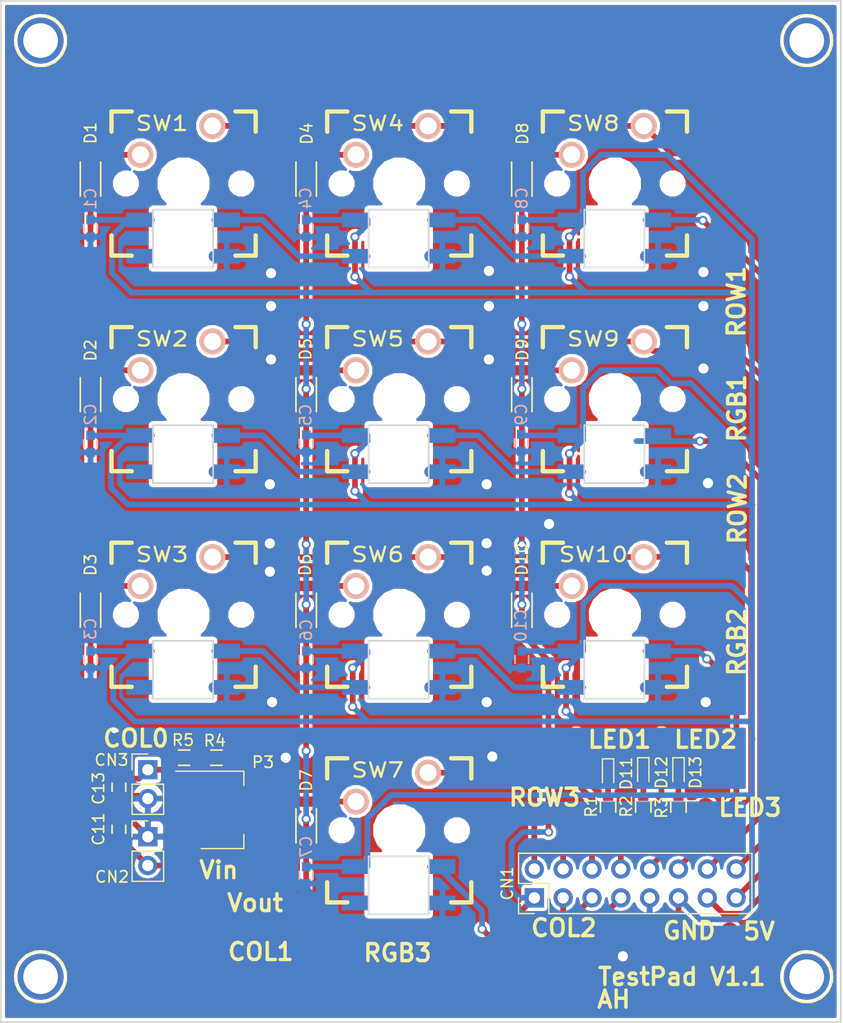
<source format=kicad_pcb>
(kicad_pcb (version 4) (host pcbnew 4.0.7)
  (layers (0 F.Cu signal) (31 B.Cu signal) (34 B.Paste user hide) (35 F.Paste user hide) (36 B.SilkS user) (37 F.SilkS user) (38 B.Mask user) (39 F.Mask user) (44 Edge.Cuts user))
  (net 0 "")
  (net 1 /COL0)
  (net 2 "Net-(D1-Pad2)")
  (net 3 "Net-(D2-Pad2)")
  (net 4 "Net-(D3-Pad2)")
  (net 5 /COL1)
  (net 6 "Net-(D4-Pad2)")
  (net 7 "Net-(D5-Pad2)")
  (net 8 "Net-(D6-Pad2)")
  (net 9 /COL2)
  (net 10 "Net-(D7-Pad2)")
  (net 11 "Net-(D8-Pad2)")
  (net 12 "Net-(D9-Pad2)")
  (net 13 GND)
  (net 14 "Net-(D10-Pad2)")
  (net 15 "Net-(D11-Pad2)")
  (net 16 "Net-(D12-Pad2)")
  (net 17 /ROW0)
  (net 18 /LED0)
  (net 19 /ROW1)
  (net 20 /LED1)
  (net 21 /ROW2)
  (net 22 /LED2)
  (net 23 "Net-(D13-Pad2)")
  (net 24 +5V)
  (net 25 /ROW3)
  (net 26 "Net-(C11-Pad1)")
  (net 27 "Net-(C13-Pad1)")
  (net 28 "Net-(P3-Pad1)")
  (net 29 /RGB3)
  (net 30 /RGB2)
  (net 31 /RGB1)
  (net 32 /RGB0)
  (net 33 "Net-(SW1-Pad4)")
  (net 34 "Net-(SW1-Pad6)")
  (net 35 "Net-(SW2-Pad4)")
  (net 36 "Net-(SW2-Pad6)")
  (net 37 "Net-(SW3-Pad4)")
  (net 38 "Net-(SW3-Pad6)")
  (net 39 "Net-(SW4-Pad6)")
  (net 40 "Net-(SW5-Pad6)")
  (net 41 "Net-(SW10-Pad4)")
  (net 42 /COL3)
  (net 43 "Net-(SW7-Pad4)")
  (module keyboard:RGB_CHERRY_1.0 (layer F.Cu) (at 164.8 68.9)
    (fp_text reference SW9 (at -1.9 -5.3) (layer F.SilkS) (effects (font (size 1.27 1.524) (thickness 0.2032))))
    (fp_text value RGB_FUCKIN_WORK_POS_KICAD hide)
    (fp_line (start -2.7 2.3) (end 2.6 2.3) (layer Edge.Cuts) (width 0.15))
    (fp_line (start 2.6 7.4) (end -2.7 7.4) (layer Edge.Cuts) (width 0.15))
    (fp_line (start -2.7 2.3) (end -2.7 7.4) (layer Edge.Cuts) (width 0.15))
    (fp_line (start 2.6 2.3) (end 2.6 7.4) (layer Edge.Cuts) (width 0.15))
    (pad 1 thru_hole circle (at 2.54 -5.08) (size 2.286 2.286) (drill 1.4986) (layers *.Cu *.SilkS *.Mask) (net 5 /COL1))
    (pad 2 thru_hole circle (at -3.81 -2.54) (size 2.286 2.286) (drill 1.4986) (layers *.Cu *.SilkS *.Mask) (net 12 "Net-(D9-Pad2)"))
    (pad HOLE np_thru_hole circle (at 0 0) (size 3.9878 3.9878) (drill 3.9878) (layers *.Cu))
    (pad HOLE np_thru_hole circle (at -5.08 0) (size 1.7018 1.7018) (drill 1.7018) (layers *.Cu))
    (pad HOLE np_thru_hole circle (at 5.08 0) (size 1.7018 1.7018) (drill 1.7018) (layers *.Cu))
    (pad 5 smd rect (at 2.7 6.4) (size 2.3 1.3) (drill (offset 1.1 0)) (layers B.Cu B.Paste B.Mask) (net 13 GND))
    (pad 6 smd rect (at 2.7 3.2) (size 2.3 1.3) (drill (offset 1.1 0)) (layers B.Cu B.Paste B.Mask) (net 31 /RGB1))
    (pad 3 smd rect (at -2.8 3.2) (size 2.3 1.3) (drill (offset -1.1 0)) (layers B.Cu B.Paste B.Mask) (net 24 +5V))
    (pad 4 smd rect (at -2.8 6.4) (size 2.3 1.3) (drill (offset -1.1 0)) (layers B.Cu B.Paste B.Mask) (net 40 "Net-(SW5-Pad6)"))
  )
  (module keyboard:RGB_CHERRY_1.0 (layer F.Cu) (at 145.8 68.9)
    (fp_text reference SW5 (at -1.9 -5.3) (layer F.SilkS) (effects (font (size 1.27 1.524) (thickness 0.2032))))
    (fp_text value RGB_FUCKIN_WORK_POS_KICAD hide)
    (fp_line (start -2.7 2.3) (end 2.6 2.3) (layer Edge.Cuts) (width 0.15))
    (fp_line (start 2.6 7.4) (end -2.7 7.4) (layer Edge.Cuts) (width 0.15))
    (fp_line (start -2.7 2.3) (end -2.7 7.4) (layer Edge.Cuts) (width 0.15))
    (fp_line (start 2.6 2.3) (end 2.6 7.4) (layer Edge.Cuts) (width 0.15))
    (pad 1 thru_hole circle (at 2.54 -5.08) (size 2.286 2.286) (drill 1.4986) (layers *.Cu *.SilkS *.Mask) (net 5 /COL1))
    (pad 2 thru_hole circle (at -3.81 -2.54) (size 2.286 2.286) (drill 1.4986) (layers *.Cu *.SilkS *.Mask) (net 7 "Net-(D5-Pad2)"))
    (pad HOLE np_thru_hole circle (at 0 0) (size 3.9878 3.9878) (drill 3.9878) (layers *.Cu))
    (pad HOLE np_thru_hole circle (at -5.08 0) (size 1.7018 1.7018) (drill 1.7018) (layers *.Cu))
    (pad HOLE np_thru_hole circle (at 5.08 0) (size 1.7018 1.7018) (drill 1.7018) (layers *.Cu))
    (pad 5 smd rect (at 2.7 6.4) (size 2.3 1.3) (drill (offset 1.1 0)) (layers B.Cu B.Paste B.Mask) (net 13 GND))
    (pad 6 smd rect (at 2.7 3.2) (size 2.3 1.3) (drill (offset 1.1 0)) (layers B.Cu B.Paste B.Mask) (net 40 "Net-(SW5-Pad6)"))
    (pad 3 smd rect (at -2.8 3.2) (size 2.3 1.3) (drill (offset -1.1 0)) (layers B.Cu B.Paste B.Mask) (net 24 +5V))
    (pad 4 smd rect (at -2.8 6.4) (size 2.3 1.3) (drill (offset -1.1 0)) (layers B.Cu B.Paste B.Mask) (net 36 "Net-(SW2-Pad6)"))
  )
  (module keyboard:RGB_CHERRY_1.0 (layer F.Cu) (at 126.8 68.9)
    (fp_text reference SW2 (at -1.9 -5.3) (layer F.SilkS) (effects (font (size 1.27 1.524) (thickness 0.2032))))
    (fp_text value RGB_FUCKIN_WORK_POS_KICAD hide)
    (fp_line (start -2.7 2.3) (end 2.6 2.3) (layer Edge.Cuts) (width 0.15))
    (fp_line (start 2.6 7.4) (end -2.7 7.4) (layer Edge.Cuts) (width 0.15))
    (fp_line (start -2.7 2.3) (end -2.7 7.4) (layer Edge.Cuts) (width 0.15))
    (fp_line (start 2.6 2.3) (end 2.6 7.4) (layer Edge.Cuts) (width 0.15))
    (pad 1 thru_hole circle (at 2.54 -5.08) (size 2.286 2.286) (drill 1.4986) (layers *.Cu *.SilkS *.Mask) (net 5 /COL1))
    (pad 2 thru_hole circle (at -3.81 -2.54) (size 2.286 2.286) (drill 1.4986) (layers *.Cu *.SilkS *.Mask) (net 3 "Net-(D2-Pad2)"))
    (pad HOLE np_thru_hole circle (at 0 0) (size 3.9878 3.9878) (drill 3.9878) (layers *.Cu))
    (pad HOLE np_thru_hole circle (at -5.08 0) (size 1.7018 1.7018) (drill 1.7018) (layers *.Cu))
    (pad HOLE np_thru_hole circle (at 5.08 0) (size 1.7018 1.7018) (drill 1.7018) (layers *.Cu))
    (pad 5 smd rect (at 2.7 6.4) (size 2.3 1.3) (drill (offset 1.1 0)) (layers B.Cu B.Paste B.Mask) (net 13 GND))
    (pad 6 smd rect (at 2.7 3.2) (size 2.3 1.3) (drill (offset 1.1 0)) (layers B.Cu B.Paste B.Mask) (net 36 "Net-(SW2-Pad6)"))
    (pad 3 smd rect (at -2.8 3.2) (size 2.3 1.3) (drill (offset -1.1 0)) (layers B.Cu B.Paste B.Mask) (net 24 +5V))
    (pad 4 smd rect (at -2.8 6.4) (size 2.3 1.3) (drill (offset -1.1 0)) (layers B.Cu B.Paste B.Mask) (net 35 "Net-(SW2-Pad4)"))
  )
  (module keyboard:RGB_CHERRY_1.0 (layer F.Cu) (at 126.8 49.9)
    (fp_text reference SW1 (at -1.9 -5.3) (layer F.SilkS) (effects (font (size 1.27 1.524) (thickness 0.2032))))
    (fp_text value RGB_FUCKIN_WORK_POS_KICAD hide)
    (fp_line (start -2.7 2.3) (end 2.6 2.3) (layer Edge.Cuts) (width 0.15))
    (fp_line (start 2.6 7.4) (end -2.7 7.4) (layer Edge.Cuts) (width 0.15))
    (fp_line (start -2.7 2.3) (end -2.7 7.4) (layer Edge.Cuts) (width 0.15))
    (fp_line (start 2.6 2.3) (end 2.6 7.4) (layer Edge.Cuts) (width 0.15))
    (pad 1 thru_hole circle (at 2.54 -5.08) (size 2.286 2.286) (drill 1.4986) (layers *.Cu *.SilkS *.Mask) (net 1 /COL0))
    (pad 2 thru_hole circle (at -3.81 -2.54) (size 2.286 2.286) (drill 1.4986) (layers *.Cu *.SilkS *.Mask) (net 2 "Net-(D1-Pad2)"))
    (pad HOLE np_thru_hole circle (at 0 0) (size 3.9878 3.9878) (drill 3.9878) (layers *.Cu))
    (pad HOLE np_thru_hole circle (at -5.08 0) (size 1.7018 1.7018) (drill 1.7018) (layers *.Cu))
    (pad HOLE np_thru_hole circle (at 5.08 0) (size 1.7018 1.7018) (drill 1.7018) (layers *.Cu))
    (pad 5 smd rect (at 2.7 6.4) (size 2.3 1.3) (drill (offset 1.1 0)) (layers B.Cu B.Paste B.Mask) (net 13 GND))
    (pad 6 smd rect (at 2.7 3.2) (size 2.3 1.3) (drill (offset 1.1 0)) (layers B.Cu B.Paste B.Mask) (net 34 "Net-(SW1-Pad6)"))
    (pad 3 smd rect (at -2.8 3.2) (size 2.3 1.3) (drill (offset -1.1 0)) (layers B.Cu B.Paste B.Mask) (net 24 +5V))
    (pad 4 smd rect (at -2.8 6.4) (size 2.3 1.3) (drill (offset -1.1 0)) (layers B.Cu B.Paste B.Mask) (net 33 "Net-(SW1-Pad4)"))
  )
  (module keyboard:RGB_CHERRY_1.0 (layer F.Cu) (at 145.8 49.9)
    (fp_text reference SW4 (at -1.9 -5.3) (layer F.SilkS) (effects (font (size 1.27 1.524) (thickness 0.2032))))
    (fp_text value RGB_FUCKIN_WORK_POS_KICAD hide)
    (fp_line (start -2.7 2.3) (end 2.6 2.3) (layer Edge.Cuts) (width 0.15))
    (fp_line (start 2.6 7.4) (end -2.7 7.4) (layer Edge.Cuts) (width 0.15))
    (fp_line (start -2.7 2.3) (end -2.7 7.4) (layer Edge.Cuts) (width 0.15))
    (fp_line (start 2.6 2.3) (end 2.6 7.4) (layer Edge.Cuts) (width 0.15))
    (pad 1 thru_hole circle (at 2.54 -5.08) (size 2.286 2.286) (drill 1.4986) (layers *.Cu *.SilkS *.Mask) (net 1 /COL0))
    (pad 2 thru_hole circle (at -3.81 -2.54) (size 2.286 2.286) (drill 1.4986) (layers *.Cu *.SilkS *.Mask) (net 6 "Net-(D4-Pad2)"))
    (pad HOLE np_thru_hole circle (at 0 0) (size 3.9878 3.9878) (drill 3.9878) (layers *.Cu))
    (pad HOLE np_thru_hole circle (at -5.08 0) (size 1.7018 1.7018) (drill 1.7018) (layers *.Cu))
    (pad HOLE np_thru_hole circle (at 5.08 0) (size 1.7018 1.7018) (drill 1.7018) (layers *.Cu))
    (pad 5 smd rect (at 2.7 6.4) (size 2.3 1.3) (drill (offset 1.1 0)) (layers B.Cu B.Paste B.Mask) (net 13 GND))
    (pad 6 smd rect (at 2.7 3.2) (size 2.3 1.3) (drill (offset 1.1 0)) (layers B.Cu B.Paste B.Mask) (net 39 "Net-(SW4-Pad6)"))
    (pad 3 smd rect (at -2.8 3.2) (size 2.3 1.3) (drill (offset -1.1 0)) (layers B.Cu B.Paste B.Mask) (net 24 +5V))
    (pad 4 smd rect (at -2.8 6.4) (size 2.3 1.3) (drill (offset -1.1 0)) (layers B.Cu B.Paste B.Mask) (net 34 "Net-(SW1-Pad6)"))
  )
  (module keyboard:RGB_CHERRY_1.0 (layer F.Cu) (at 164.8 49.9)
    (fp_text reference SW8 (at -1.9 -5.3) (layer F.SilkS) (effects (font (size 1.27 1.524) (thickness 0.2032))))
    (fp_text value RGB_FUCKIN_WORK_POS_KICAD hide)
    (fp_line (start -2.7 2.3) (end 2.6 2.3) (layer Edge.Cuts) (width 0.15))
    (fp_line (start 2.6 7.4) (end -2.7 7.4) (layer Edge.Cuts) (width 0.15))
    (fp_line (start -2.7 2.3) (end -2.7 7.4) (layer Edge.Cuts) (width 0.15))
    (fp_line (start 2.6 2.3) (end 2.6 7.4) (layer Edge.Cuts) (width 0.15))
    (pad 1 thru_hole circle (at 2.54 -5.08) (size 2.286 2.286) (drill 1.4986) (layers *.Cu *.SilkS *.Mask) (net 1 /COL0))
    (pad 2 thru_hole circle (at -3.81 -2.54) (size 2.286 2.286) (drill 1.4986) (layers *.Cu *.SilkS *.Mask) (net 11 "Net-(D8-Pad2)"))
    (pad HOLE np_thru_hole circle (at 0 0) (size 3.9878 3.9878) (drill 3.9878) (layers *.Cu))
    (pad HOLE np_thru_hole circle (at -5.08 0) (size 1.7018 1.7018) (drill 1.7018) (layers *.Cu))
    (pad HOLE np_thru_hole circle (at 5.08 0) (size 1.7018 1.7018) (drill 1.7018) (layers *.Cu))
    (pad 5 smd rect (at 2.7 6.4) (size 2.3 1.3) (drill (offset 1.1 0)) (layers B.Cu B.Paste B.Mask) (net 13 GND))
    (pad 6 smd rect (at 2.7 3.2) (size 2.3 1.3) (drill (offset 1.1 0)) (layers B.Cu B.Paste B.Mask) (net 32 /RGB0))
    (pad 3 smd rect (at -2.8 3.2) (size 2.3 1.3) (drill (offset -1.1 0)) (layers B.Cu B.Paste B.Mask) (net 24 +5V))
    (pad 4 smd rect (at -2.8 6.4) (size 2.3 1.3) (drill (offset -1.1 0)) (layers B.Cu B.Paste B.Mask) (net 39 "Net-(SW4-Pad6)"))
  )
  (module keyboard:RGB_CHERRY_1.0 (layer F.Cu) (at 164.8 87.9)
    (fp_text reference SW10 (at -1.9 -5.3) (layer F.SilkS) (effects (font (size 1.27 1.524) (thickness 0.2032))))
    (fp_text value RGB_FUCKIN_WORK_POS_KICAD hide)
    (fp_line (start -2.7 2.3) (end 2.6 2.3) (layer Edge.Cuts) (width 0.15))
    (fp_line (start 2.6 7.4) (end -2.7 7.4) (layer Edge.Cuts) (width 0.15))
    (fp_line (start -2.7 2.3) (end -2.7 7.4) (layer Edge.Cuts) (width 0.15))
    (fp_line (start 2.6 2.3) (end 2.6 7.4) (layer Edge.Cuts) (width 0.15))
    (pad 1 thru_hole circle (at 2.54 -5.08) (size 2.286 2.286) (drill 1.4986) (layers *.Cu *.SilkS *.Mask) (net 9 /COL2))
    (pad 2 thru_hole circle (at -3.81 -2.54) (size 2.286 2.286) (drill 1.4986) (layers *.Cu *.SilkS *.Mask) (net 14 "Net-(D10-Pad2)"))
    (pad HOLE np_thru_hole circle (at 0 0) (size 3.9878 3.9878) (drill 3.9878) (layers *.Cu))
    (pad HOLE np_thru_hole circle (at -5.08 0) (size 1.7018 1.7018) (drill 1.7018) (layers *.Cu))
    (pad HOLE np_thru_hole circle (at 5.08 0) (size 1.7018 1.7018) (drill 1.7018) (layers *.Cu))
    (pad 5 smd rect (at 2.7 6.4) (size 2.3 1.3) (drill (offset 1.1 0)) (layers B.Cu B.Paste B.Mask) (net 13 GND))
    (pad 6 smd rect (at 2.7 3.2) (size 2.3 1.3) (drill (offset 1.1 0)) (layers B.Cu B.Paste B.Mask) (net 30 /RGB2))
    (pad 3 smd rect (at -2.8 3.2) (size 2.3 1.3) (drill (offset -1.1 0)) (layers B.Cu B.Paste B.Mask) (net 24 +5V))
    (pad 4 smd rect (at -2.8 6.4) (size 2.3 1.3) (drill (offset -1.1 0)) (layers B.Cu B.Paste B.Mask) (net 41 "Net-(SW10-Pad4)"))
  )
  (module keyboard:RGB_CHERRY_1.0 (layer F.Cu) (at 145.8 87.9)
    (fp_text reference SW6 (at -1.9 -5.3) (layer F.SilkS) (effects (font (size 1.27 1.524) (thickness 0.2032))))
    (fp_text value RGB_FUCKIN_WORK_POS_KICAD hide)
    (fp_line (start -2.7 2.3) (end 2.6 2.3) (layer Edge.Cuts) (width 0.15))
    (fp_line (start 2.6 7.4) (end -2.7 7.4) (layer Edge.Cuts) (width 0.15))
    (fp_line (start -2.7 2.3) (end -2.7 7.4) (layer Edge.Cuts) (width 0.15))
    (fp_line (start 2.6 2.3) (end 2.6 7.4) (layer Edge.Cuts) (width 0.15))
    (pad 1 thru_hole circle (at 2.54 -5.08) (size 2.286 2.286) (drill 1.4986) (layers *.Cu *.SilkS *.Mask) (net 9 /COL2))
    (pad 2 thru_hole circle (at -3.81 -2.54) (size 2.286 2.286) (drill 1.4986) (layers *.Cu *.SilkS *.Mask) (net 8 "Net-(D6-Pad2)"))
    (pad HOLE np_thru_hole circle (at 0 0) (size 3.9878 3.9878) (drill 3.9878) (layers *.Cu))
    (pad HOLE np_thru_hole circle (at -5.08 0) (size 1.7018 1.7018) (drill 1.7018) (layers *.Cu))
    (pad HOLE np_thru_hole circle (at 5.08 0) (size 1.7018 1.7018) (drill 1.7018) (layers *.Cu))
    (pad 5 smd rect (at 2.7 6.4) (size 2.3 1.3) (drill (offset 1.1 0)) (layers B.Cu B.Paste B.Mask) (net 13 GND))
    (pad 6 smd rect (at 2.7 3.2) (size 2.3 1.3) (drill (offset 1.1 0)) (layers B.Cu B.Paste B.Mask) (net 41 "Net-(SW10-Pad4)"))
    (pad 3 smd rect (at -2.8 3.2) (size 2.3 1.3) (drill (offset -1.1 0)) (layers B.Cu B.Paste B.Mask) (net 24 +5V))
    (pad 4 smd rect (at -2.8 6.4) (size 2.3 1.3) (drill (offset -1.1 0)) (layers B.Cu B.Paste B.Mask) (net 38 "Net-(SW3-Pad6)"))
  )
  (module keyboard:RGB_CHERRY_1.0 (layer F.Cu) (at 126.8 87.9)
    (fp_text reference SW3 (at -1.9 -5.3) (layer F.SilkS) (effects (font (size 1.27 1.524) (thickness 0.2032))))
    (fp_text value RGB_FUCKIN_WORK_POS_KICAD hide)
    (fp_line (start -2.7 2.3) (end 2.6 2.3) (layer Edge.Cuts) (width 0.15))
    (fp_line (start 2.6 7.4) (end -2.7 7.4) (layer Edge.Cuts) (width 0.15))
    (fp_line (start -2.7 2.3) (end -2.7 7.4) (layer Edge.Cuts) (width 0.15))
    (fp_line (start 2.6 2.3) (end 2.6 7.4) (layer Edge.Cuts) (width 0.15))
    (pad 1 thru_hole circle (at 2.54 -5.08) (size 2.286 2.286) (drill 1.4986) (layers *.Cu *.SilkS *.Mask) (net 9 /COL2))
    (pad 2 thru_hole circle (at -3.81 -2.54) (size 2.286 2.286) (drill 1.4986) (layers *.Cu *.SilkS *.Mask) (net 4 "Net-(D3-Pad2)"))
    (pad HOLE np_thru_hole circle (at 0 0) (size 3.9878 3.9878) (drill 3.9878) (layers *.Cu))
    (pad HOLE np_thru_hole circle (at -5.08 0) (size 1.7018 1.7018) (drill 1.7018) (layers *.Cu))
    (pad HOLE np_thru_hole circle (at 5.08 0) (size 1.7018 1.7018) (drill 1.7018) (layers *.Cu))
    (pad 5 smd rect (at 2.7 6.4) (size 2.3 1.3) (drill (offset 1.1 0)) (layers B.Cu B.Paste B.Mask) (net 13 GND))
    (pad 6 smd rect (at 2.7 3.2) (size 2.3 1.3) (drill (offset 1.1 0)) (layers B.Cu B.Paste B.Mask) (net 38 "Net-(SW3-Pad6)"))
    (pad 3 smd rect (at -2.8 3.2) (size 2.3 1.3) (drill (offset -1.1 0)) (layers B.Cu B.Paste B.Mask) (net 24 +5V))
    (pad 4 smd rect (at -2.8 6.4) (size 2.3 1.3) (drill (offset -1.1 0)) (layers B.Cu B.Paste B.Mask) (net 37 "Net-(SW3-Pad4)"))
  )
  (module keyboard:RGB_CHERRY_1.0 (layer F.Cu) (at 145.8 106.9)
    (fp_text reference SW7 (at -1.9 -5.3) (layer F.SilkS) (effects (font (size 1.27 1.524) (thickness 0.2032))))
    (fp_text value RGB_FUCKIN_WORK_POS_KICAD hide)
    (fp_line (start -2.7 2.3) (end 2.6 2.3) (layer Edge.Cuts) (width 0.15))
    (fp_line (start 2.6 7.4) (end -2.7 7.4) (layer Edge.Cuts) (width 0.15))
    (fp_line (start -2.7 2.3) (end -2.7 7.4) (layer Edge.Cuts) (width 0.15))
    (fp_line (start 2.6 2.3) (end 2.6 7.4) (layer Edge.Cuts) (width 0.15))
    (pad 1 thru_hole circle (at 2.54 -5.08) (size 2.286 2.286) (drill 1.4986) (layers *.Cu *.SilkS *.Mask) (net 42 /COL3))
    (pad 2 thru_hole circle (at -3.81 -2.54) (size 2.286 2.286) (drill 1.4986) (layers *.Cu *.SilkS *.Mask) (net 10 "Net-(D7-Pad2)"))
    (pad HOLE np_thru_hole circle (at 0 0) (size 3.9878 3.9878) (drill 3.9878) (layers *.Cu))
    (pad HOLE np_thru_hole circle (at -5.08 0) (size 1.7018 1.7018) (drill 1.7018) (layers *.Cu))
    (pad HOLE np_thru_hole circle (at 5.08 0) (size 1.7018 1.7018) (drill 1.7018) (layers *.Cu))
    (pad 5 smd rect (at 2.7 6.4) (size 2.3 1.3) (drill (offset 1.1 0)) (layers B.Cu B.Paste B.Mask) (net 13 GND))
    (pad 6 smd rect (at 2.7 3.2) (size 2.3 1.3) (drill (offset 1.1 0)) (layers B.Cu B.Paste B.Mask) (net 29 /RGB3))
    (pad 3 smd rect (at -2.8 3.2) (size 2.3 1.3) (drill (offset -1.1 0)) (layers B.Cu B.Paste B.Mask) (net 24 +5V))
    (pad 4 smd rect (at -2.8 6.4) (size 2.3 1.3) (drill (offset -1.1 0)) (layers B.Cu B.Paste B.Mask) (net 43 "Net-(SW7-Pad4)"))
  )
  (module Resistors_SMD:R_0603 (layer F.Cu) (at 164.2 104.8 90)
    (fp_text reference R1 (at 0 -1.5 90) (layer F.SilkS))
    (fp_text value R hide)
    (pad 1 smd rect (at -0.75 0 90) (size 0.5 0.9) (layers F.Cu F.Paste F.Mask) (net 18 /LED0))
    (pad 2 smd rect (at 0.75 0 90) (size 0.5 0.9) (layers F.Cu F.Paste F.Mask) (net 15 "Net-(D11-Pad2)"))
  )
  (module Capacitors_SMD:C_0603 (layer B.Cu) (at 118.6 53.85 90)
    (fp_text reference C1 (at 2.6 0 90) (layer B.SilkS) (effects (justify mirror)))
    (fp_text value C hide)
    (pad 1 smd rect (at -0.75 0 90) (size 0.8 0.75) (layers B.Cu B.Paste B.Mask) (net 13 GND))
    (pad 2 smd rect (at 0.75 0 90) (size 0.8 0.75) (layers B.Cu B.Paste B.Mask) (net 24 +5V))
  )
  (module Capacitors_SMD:C_0603 (layer B.Cu) (at 118.6 72.85 90)
    (fp_text reference C2 (at 2.6 0 90) (layer B.SilkS) (effects (justify mirror)))
    (fp_text value C hide)
    (pad 1 smd rect (at -0.75 0 90) (size 0.8 0.75) (layers B.Cu B.Paste B.Mask) (net 13 GND))
    (pad 2 smd rect (at 0.75 0 90) (size 0.8 0.75) (layers B.Cu B.Paste B.Mask) (net 24 +5V))
  )
  (module Capacitors_SMD:C_0603 (layer B.Cu) (at 118.6 91.85 90)
    (fp_text reference C3 (at 2.7 0 90) (layer B.SilkS) (effects (justify mirror)))
    (fp_text value C hide)
    (pad 1 smd rect (at -0.75 0 90) (size 0.8 0.75) (layers B.Cu B.Paste B.Mask) (net 13 GND))
    (pad 2 smd rect (at 0.75 0 90) (size 0.8 0.75) (layers B.Cu B.Paste B.Mask) (net 24 +5V))
  )
  (module Capacitors_SMD:C_0603 (layer B.Cu) (at 137.6 53.85 90)
    (fp_text reference C4 (at 2.65 -0.05 90) (layer B.SilkS) (effects (justify mirror)))
    (fp_text value C hide)
    (pad 1 smd rect (at -0.75 0 90) (size 0.8 0.75) (layers B.Cu B.Paste B.Mask) (net 13 GND))
    (pad 2 smd rect (at 0.75 0 90) (size 0.8 0.75) (layers B.Cu B.Paste B.Mask) (net 24 +5V))
  )
  (module Capacitors_SMD:C_0603 (layer B.Cu) (at 137.6 72.8 90)
    (fp_text reference C5 (at 2.5 -0.05 90) (layer B.SilkS) (effects (justify mirror)))
    (fp_text value C hide)
    (pad 1 smd rect (at -0.75 0 90) (size 0.8 0.75) (layers B.Cu B.Paste B.Mask) (net 13 GND))
    (pad 2 smd rect (at 0.75 0 90) (size 0.8 0.75) (layers B.Cu B.Paste B.Mask) (net 24 +5V))
  )
  (module Capacitors_SMD:C_0603 (layer B.Cu) (at 137.6 91.85 90)
    (fp_text reference C6 (at 2.6 0 90) (layer B.SilkS) (effects (justify mirror)))
    (fp_text value C hide)
    (pad 1 smd rect (at -0.75 0 90) (size 0.8 0.75) (layers B.Cu B.Paste B.Mask) (net 13 GND))
    (pad 2 smd rect (at 0.75 0 90) (size 0.8 0.75) (layers B.Cu B.Paste B.Mask) (net 24 +5V))
  )
  (module Capacitors_SMD:C_0603 (layer B.Cu) (at 137.6 110.85 90)
    (fp_text reference C7 (at 2.5 0 90) (layer B.SilkS) (effects (justify mirror)))
    (fp_text value C hide)
    (pad 1 smd rect (at -0.75 0 90) (size 0.8 0.75) (layers B.Cu B.Paste B.Mask) (net 13 GND))
    (pad 2 smd rect (at 0.75 0 90) (size 0.8 0.75) (layers B.Cu B.Paste B.Mask) (net 24 +5V))
  )
  (module Capacitors_SMD:C_0603 (layer B.Cu) (at 156.6 53.85 90)
    (fp_text reference C8 (at 2.65 0 90) (layer B.SilkS) (effects (justify mirror)))
    (fp_text value C hide)
    (pad 1 smd rect (at -0.75 0 90) (size 0.8 0.75) (layers B.Cu B.Paste B.Mask) (net 13 GND))
    (pad 2 smd rect (at 0.75 0 90) (size 0.8 0.75) (layers B.Cu B.Paste B.Mask) (net 24 +5V))
  )
  (module Capacitors_SMD:C_0603 (layer B.Cu) (at 156.55 72.75 90)
    (fp_text reference C9 (at 2.5 0 90) (layer B.SilkS) (effects (justify mirror)))
    (fp_text value C hide)
    (pad 1 smd rect (at -0.75 0 90) (size 0.8 0.75) (layers B.Cu B.Paste B.Mask) (net 13 GND))
    (pad 2 smd rect (at 0.75 0 90) (size 0.8 0.75) (layers B.Cu B.Paste B.Mask) (net 24 +5V))
  )
  (module Capacitors_SMD:C_0603 (layer B.Cu) (at 156.6 91.85 90)
    (fp_text reference C10 (at 3 -0.1 90) (layer B.SilkS) (effects (justify mirror)))
    (fp_text value C hide)
    (pad 1 smd rect (at -0.75 0 90) (size 0.8 0.75) (layers B.Cu B.Paste B.Mask) (net 13 GND))
    (pad 2 smd rect (at 0.75 0 90) (size 0.8 0.75) (layers B.Cu B.Paste B.Mask) (net 24 +5V))
  )
  (module Capacitors_SMD:C_0603 (layer F.Cu) (at 121.1 106.8 90)
    (fp_text reference C11 (at 0 -1.8 90) (layer F.SilkS))
    (fp_text value C hide)
    (pad 1 smd rect (at -0.75 0 90) (size 0.8 0.75) (layers F.Cu F.Paste F.Mask) (net 26 "Net-(C11-Pad1)"))
    (pad 2 smd rect (at 0.75 0 90) (size 0.8 0.75) (layers F.Cu F.Paste F.Mask) (net 13 GND))
  )
  (module Capacitors_SMD:C_0603 (layer F.Cu) (at 121.1 103.1 270)
    (fp_text reference C13 (at 0.1 1.8 270) (layer F.SilkS))
    (fp_text value CP1 hide)
    (pad 1 smd rect (at -0.75 0 270) (size 0.8 0.75) (layers F.Cu F.Paste F.Mask) (net 27 "Net-(C13-Pad1)"))
    (pad 2 smd rect (at 0.75 0 270) (size 0.8 0.75) (layers F.Cu F.Paste F.Mask) (net 13 GND))
  )
  (module Diodes_SMD:SOD-123 (layer F.Cu) (at 118.6 49 90)
    (fp_text reference D1 (at 3.55 0 90) (layer F.SilkS))
    (fp_text value D hide)
    (pad 1 smd rect (at -1.635 0 90) (size 0.91 1.22) (layers F.Cu F.Paste F.Mask) (net 17 /ROW0))
    (pad 2 smd rect (at 1.635 0 90) (size 0.91 1.22) (layers F.Cu F.Paste F.Mask) (net 2 "Net-(D1-Pad2)"))
  )
  (module Diodes_SMD:SOD-123 (layer F.Cu) (at 118.6 68 90)
    (fp_text reference D2 (at 3.4 0 90) (layer F.SilkS))
    (fp_text value D hide)
    (pad 1 smd rect (at -1.635 0 90) (size 0.91 1.22) (layers F.Cu F.Paste F.Mask) (net 17 /ROW0))
    (pad 2 smd rect (at 1.635 0 90) (size 0.91 1.22) (layers F.Cu F.Paste F.Mask) (net 3 "Net-(D2-Pad2)"))
  )
  (module Diodes_SMD:SOD-123 (layer F.Cu) (at 118.6 87 90)
    (fp_text reference D3 (at 3.5 0 90) (layer F.SilkS))
    (fp_text value D hide)
    (pad 1 smd rect (at -1.635 0 90) (size 0.91 1.22) (layers F.Cu F.Paste F.Mask) (net 17 /ROW0))
    (pad 2 smd rect (at 1.635 0 90) (size 0.91 1.22) (layers F.Cu F.Paste F.Mask) (net 4 "Net-(D3-Pad2)"))
  )
  (module Diodes_SMD:SOD-123 (layer F.Cu) (at 137.6 49 90)
    (fp_text reference D4 (at 3.5 0.05 90) (layer F.SilkS))
    (fp_text value D hide)
    (pad 1 smd rect (at -1.635 0 90) (size 0.91 1.22) (layers F.Cu F.Paste F.Mask) (net 19 /ROW1))
    (pad 2 smd rect (at 1.635 0 90) (size 0.91 1.22) (layers F.Cu F.Paste F.Mask) (net 6 "Net-(D4-Pad2)"))
  )
  (module Diodes_SMD:SOD-123 (layer F.Cu) (at 137.6 68 90)
    (fp_text reference D5 (at 3.5 -0.05 90) (layer F.SilkS))
    (fp_text value D hide)
    (pad 1 smd rect (at -1.635 0 90) (size 0.91 1.22) (layers F.Cu F.Paste F.Mask) (net 19 /ROW1))
    (pad 2 smd rect (at 1.635 0 90) (size 0.91 1.22) (layers F.Cu F.Paste F.Mask) (net 7 "Net-(D5-Pad2)"))
  )
  (module Diodes_SMD:SOD-123 (layer F.Cu) (at 137.6 87 90)
    (fp_text reference D6 (at 3.5 -0.1 90) (layer F.SilkS))
    (fp_text value D hide)
    (pad 1 smd rect (at -1.635 0 90) (size 0.91 1.22) (layers F.Cu F.Paste F.Mask) (net 19 /ROW1))
    (pad 2 smd rect (at 1.635 0 90) (size 0.91 1.22) (layers F.Cu F.Paste F.Mask) (net 8 "Net-(D6-Pad2)"))
  )
  (module Diodes_SMD:SOD-123 (layer F.Cu) (at 137.6 106 90)
    (fp_text reference D7 (at 3.5 0 90) (layer F.SilkS))
    (fp_text value D hide)
    (pad 1 smd rect (at -1.635 0 90) (size 0.91 1.22) (layers F.Cu F.Paste F.Mask) (net 19 /ROW1))
    (pad 2 smd rect (at 1.635 0 90) (size 0.91 1.22) (layers F.Cu F.Paste F.Mask) (net 10 "Net-(D7-Pad2)"))
  )
  (module Diodes_SMD:SOD-123 (layer F.Cu) (at 156.6 49 90)
    (fp_text reference D8 (at 3.5 0.05 90) (layer F.SilkS))
    (fp_text value D hide)
    (pad 1 smd rect (at -1.635 0 90) (size 0.91 1.22) (layers F.Cu F.Paste F.Mask) (net 21 /ROW2))
    (pad 2 smd rect (at 1.635 0 90) (size 0.91 1.22) (layers F.Cu F.Paste F.Mask) (net 11 "Net-(D8-Pad2)"))
  )
  (module Diodes_SMD:SOD-123 (layer F.Cu) (at 156.6 68 90)
    (fp_text reference D9 (at 3.45 0.05 90) (layer F.SilkS))
    (fp_text value D)
    (pad 1 smd rect (at -1.635 0 90) (size 0.91 1.22) (layers F.Cu F.Paste F.Mask) (net 21 /ROW2))
    (pad 2 smd rect (at 1.635 0 90) (size 0.91 1.22) (layers F.Cu F.Paste F.Mask) (net 12 "Net-(D9-Pad2)"))
  )
  (module Diodes_SMD:SOD-123 (layer F.Cu) (at 156.6 87 90)
    (fp_text reference D10 (at 4 0 90) (layer F.SilkS))
    (fp_text value D hide)
    (pad 1 smd rect (at -1.635 0 90) (size 0.91 1.22) (layers F.Cu F.Paste F.Mask) (net 21 /ROW2))
    (pad 2 smd rect (at 1.635 0 90) (size 0.91 1.22) (layers F.Cu F.Paste F.Mask) (net 14 "Net-(D10-Pad2)"))
  )
  (module LEDs:LED_0603 (layer F.Cu) (at 164.2 101.9 270)
    (fp_text reference D11 (at 0 -1.6 270) (layer F.SilkS))
    (fp_text value LED hide)
    (pad 2 smd rect (at 0.8 0 90) (size 0.8 0.8) (layers F.Cu F.Paste F.Mask) (net 15 "Net-(D11-Pad2)"))
    (pad 1 smd rect (at -0.8 0 90) (size 0.8 0.8) (layers F.Cu F.Paste F.Mask) (net 13 GND))
  )
  (module LEDs:LED_0603 (layer F.Cu) (at 167.3 101.8 270)
    (fp_text reference D12 (at 0 -1.6 270) (layer F.SilkS))
    (fp_text value LED hide)
    (pad 2 smd rect (at 0.8 0 90) (size 0.8 0.8) (layers F.Cu F.Paste F.Mask) (net 16 "Net-(D12-Pad2)"))
    (pad 1 smd rect (at -0.8 0 90) (size 0.8 0.8) (layers F.Cu F.Paste F.Mask) (net 13 GND))
  )
  (module LEDs:LED_0603 (layer F.Cu) (at 170.4 101.8 270)
    (fp_text reference D13 (at 0 -1.5 270) (layer F.SilkS))
    (fp_text value LED hide)
    (pad 2 smd rect (at 0.8 0 90) (size 0.8 0.8) (layers F.Cu F.Paste F.Mask) (net 23 "Net-(D13-Pad2)"))
    (pad 1 smd rect (at -0.8 0 90) (size 0.8 0.8) (layers F.Cu F.Paste F.Mask) (net 13 GND))
  )
  (module keyboard:SOT-223 (layer F.Cu) (at 130.2 105.1)
    (fp_text reference P3 (at 3.6 -4.2) (layer F.SilkS))
    (fp_text value AMS1117 hide)
    (pad 4 smd rect (at 3.15 0) (size 2 3.8) (layers F.Cu F.Paste F.Mask))
    (pad 2 smd rect (at -3.15 0) (size 2 1.5) (layers F.Cu F.Paste F.Mask) (net 27 "Net-(C13-Pad1)"))
    (pad 3 smd rect (at -3.15 2.3) (size 2 1.5) (layers F.Cu F.Paste F.Mask) (net 26 "Net-(C11-Pad1)"))
    (pad 1 smd rect (at -3.15 -2.3) (size 2 1.5) (layers F.Cu F.Paste F.Mask) (net 28 "Net-(P3-Pad1)"))
  )
  (module Resistors_SMD:R_0603 (layer F.Cu) (at 167.3 104.8 90)
    (fp_text reference R2 (at 0 -1.5 90) (layer F.SilkS))
    (fp_text value R hide)
    (pad 1 smd rect (at -0.75 0 90) (size 0.5 0.9) (layers F.Cu F.Paste F.Mask) (net 20 /LED1))
    (pad 2 smd rect (at 0.75 0 90) (size 0.5 0.9) (layers F.Cu F.Paste F.Mask) (net 16 "Net-(D12-Pad2)"))
  )
  (module Resistors_SMD:R_0603 (layer F.Cu) (at 170.4 104.8 90)
    (fp_text reference R3 (at -0.1 -1.5 90) (layer F.SilkS))
    (fp_text value R hide)
    (pad 1 smd rect (at -0.75 0 90) (size 0.5 0.9) (layers F.Cu F.Paste F.Mask) (net 22 /LED2))
    (pad 2 smd rect (at 0.75 0 90) (size 0.5 0.9) (layers F.Cu F.Paste F.Mask) (net 23 "Net-(D13-Pad2)"))
  )
  (module Resistors_SMD:R_0603 (layer F.Cu) (at 129.7 100.5 180)
    (fp_text reference R4 (at 0.15 1.5 180) (layer F.SilkS))
    (fp_text value R hide)
    (pad 1 smd rect (at -0.75 0 180) (size 0.5 0.9) (layers F.Cu F.Paste F.Mask) (net 27 "Net-(C13-Pad1)"))
    (pad 2 smd rect (at 0.75 0 180) (size 0.5 0.9) (layers F.Cu F.Paste F.Mask) (net 28 "Net-(P3-Pad1)"))
  )
  (module Resistors_SMD:R_0603 (layer F.Cu) (at 126.85 100.5 180)
    (fp_text reference R5 (at 0.1 1.55 180) (layer F.SilkS))
    (fp_text value R hide)
    (pad 1 smd rect (at -0.75 0 180) (size 0.5 0.9) (layers F.Cu F.Paste F.Mask) (net 28 "Net-(P3-Pad1)"))
    (pad 2 smd rect (at 0.75 0 180) (size 0.5 0.9) (layers F.Cu F.Paste F.Mask) (net 13 GND))
  )
  (module keyboard:testpad_small (layer F.Cu) (at 175.5 47.25)
    (fp_text reference TP1 hide)
    (fp_text value TEST hide)
    (pad 1 smd circle (at 0 0) (size 1.5 1.5) (layers F.Cu F.Paste F.Mask) (net 1 /COL0))
  )
  (module keyboard:testpad_small (layer F.Cu) (at 175.5 64.65)
    (fp_text reference TP2 hide)
    (fp_text value TEST hide)
    (pad 1 smd circle (at 0 0) (size 1.5 1.5) (layers F.Cu F.Paste F.Mask) (net 5 /COL1))
  )
  (module keyboard:testpad_small (layer F.Cu) (at 175.5 82.8)
    (fp_text reference TP3 hide)
    (fp_text value TEST hide)
    (pad 1 smd circle (at 0 0) (size 1.5 1.5) (layers F.Cu F.Paste F.Mask) (net 9 /COL2))
  )
  (module keyboard:testpad_small (layer F.Cu) (at 156.7 101.8)
    (fp_text reference TP4 hide)
    (fp_text value TEST hide)
    (pad 1 smd circle (at 0 0) (size 1.5 1.5) (layers F.Cu F.Paste F.Mask) (net 42 /COL3))
  )
  (module keyboard:testpad_small (layer F.Cu) (at 118.6 98.8)
    (fp_text reference TP5 hide)
    (fp_text value TEST hide)
    (pad 1 smd circle (at 0 0) (size 1.5 1.5) (layers F.Cu F.Paste F.Mask) (net 17 /ROW0))
  )
  (module keyboard:testpad_small (layer F.Cu) (at 137.6 117.6)
    (fp_text reference TP6 hide)
    (fp_text value TEST hide)
    (pad 1 smd circle (at 0 0) (size 1.5 1.5) (layers F.Cu F.Paste F.Mask) (net 19 /ROW1))
  )
  (module keyboard:testpad_small (layer F.Cu) (at 156.5 115.4)
    (fp_text reference TP7 hide)
    (fp_text value TEST hide)
    (pad 1 smd circle (at 0 0) (size 1.5 1.5) (layers F.Cu F.Paste F.Mask) (net 21 /ROW2))
  )
  (module keyboard:testpad_small (layer F.Cu) (at 175.5 55.7)
    (fp_text reference TP8 hide)
    (fp_text value TEST hide)
    (pad 1 smd circle (at 0 0) (size 1.5 1.5) (layers F.Cu F.Paste F.Mask) (net 32 /RGB0))
  )
  (module keyboard:testpad_small (layer F.Cu) (at 175.5 73.85)
    (fp_text reference TP9 hide)
    (fp_text value TEST hide)
    (pad 1 smd circle (at 0 0) (size 1.5 1.5) (layers F.Cu F.Paste F.Mask) (net 31 /RGB1))
  )
  (module keyboard:testpad_small (layer F.Cu) (at 175.5 94.3)
    (fp_text reference TP10 hide)
    (fp_text value TEST hide)
    (pad 1 smd circle (at 0 0) (size 1.5 1.5) (layers F.Cu F.Paste F.Mask) (net 30 /RGB2))
  )
  (module keyboard:testpad_small (layer F.Cu) (at 149.7 117.6)
    (fp_text reference TP11 hide)
    (fp_text value TEST hide)
    (pad 1 smd circle (at 0 0) (size 1.5 1.5) (layers F.Cu F.Paste F.Mask) (net 29 /RGB3))
  )
  (module keyboard:testpad_small (layer F.Cu) (at 161.4 98.8)
    (fp_text reference TP12 hide)
    (fp_text value TEST hide)
    (pad 1 smd circle (at 0 0) (size 1.5 1.5) (layers F.Cu F.Paste F.Mask) (net 18 /LED0))
  )
  (module keyboard:testpad_small (layer F.Cu) (at 168.9 98.8)
    (fp_text reference TP13 hide)
    (fp_text value TEST hide)
    (pad 1 smd circle (at 0 0) (size 1.5 1.5) (layers F.Cu F.Paste F.Mask) (net 20 /LED1))
  )
  (module keyboard:testpad_small (layer F.Cu) (at 172.8 104.8)
    (fp_text reference TP14 hide)
    (fp_text value TEST hide)
    (pad 1 smd circle (at 0 0) (size 1.5 1.5) (layers F.Cu F.Paste F.Mask) (net 22 /LED2))
  )
  (module keyboard:testpad_small (layer F.Cu) (at 167.9 115.8)
    (fp_text reference TP15 hide)
    (fp_text value TEST hide)
    (pad 1 smd circle (at 0 0) (size 1.5 1.5) (layers F.Cu F.Paste F.Mask) (net 13 GND))
  )
  (module keyboard:testpad_small (layer F.Cu) (at 174.9 115.75)
    (fp_text reference TP16 hide)
    (fp_text value TEST hide)
    (pad 1 smd circle (at 0 0) (size 1.5 1.5) (layers F.Cu F.Paste F.Mask) (net 24 +5V))
  )
  (module keyboard:testpad_small (layer F.Cu) (at 127.1 110.3)
    (fp_text reference TP17 hide)
    (fp_text value TEST hide)
    (pad 1 smd circle (at 0 0) (size 1.5 1.5) (layers F.Cu F.Paste F.Mask) (net 26 "Net-(C11-Pad1)"))
  )
  (module keyboard:testpad_small (layer F.Cu) (at 129.4 113.1)
    (fp_text reference TP18 hide)
    (fp_text value TEST hide)
    (pad 1 smd circle (at 0 0) (size 1.5 1.5) (layers F.Cu F.Paste F.Mask) (net 27 "Net-(C13-Pad1)"))
  )
  (module Pin_Headers:Pin_Header_Straight_2x08_Pitch2.54mm (layer F.Cu) (at 157.7 112.85 90)
    (fp_text reference CN1 (at 1.27 -2.39 90) (layer F.SilkS))
    (fp_text value CONN_02X08 hide)
    (pad 1 thru_hole rect (at 0 0 90) (size 1.7 1.7) (drill 1) (layers *.Cu *.Mask) (net 9 /COL2))
    (pad 2 thru_hole oval (at 2.54 0 90) (size 1.7 1.7) (drill 1) (layers *.Cu *.Mask) (net 25 /ROW3))
    (pad 3 thru_hole oval (at 0 2.54 90) (size 1.7 1.7) (drill 1) (layers *.Cu *.Mask) (net 29 /RGB3))
    (pad 4 thru_hole oval (at 2.54 2.54 90) (size 1.7 1.7) (drill 1) (layers *.Cu *.Mask) (net 18 /LED0))
    (pad 5 thru_hole oval (at 0 5.08 90) (size 1.7 1.7) (drill 1) (layers *.Cu *.Mask) (net 5 /COL1))
    (pad 6 thru_hole oval (at 2.54 5.08 90) (size 1.7 1.7) (drill 1) (layers *.Cu *.Mask) (net 20 /LED1))
    (pad 7 thru_hole oval (at 0 7.62 90) (size 1.7 1.7) (drill 1) (layers *.Cu *.Mask) (net 1 /COL0))
    (pad 8 thru_hole oval (at 2.54 7.62 90) (size 1.7 1.7) (drill 1) (layers *.Cu *.Mask) (net 22 /LED2))
    (pad 9 thru_hole oval (at 0 10.16 90) (size 1.7 1.7) (drill 1) (layers *.Cu *.Mask) (net 13 GND))
    (pad 10 thru_hole oval (at 2.54 10.16 90) (size 1.7 1.7) (drill 1) (layers *.Cu *.Mask) (net 30 /RGB2))
    (pad 11 thru_hole oval (at 0 12.7 90) (size 1.7 1.7) (drill 1) (layers *.Cu *.Mask) (net 24 +5V))
    (pad 12 thru_hole oval (at 2.54 12.7 90) (size 1.7 1.7) (drill 1) (layers *.Cu *.Mask) (net 21 /ROW2))
    (pad 13 thru_hole oval (at 0 15.24 90) (size 1.7 1.7) (drill 1) (layers *.Cu *.Mask) (net 17 /ROW0))
    (pad 14 thru_hole oval (at 2.54 15.24 90) (size 1.7 1.7) (drill 1) (layers *.Cu *.Mask) (net 31 /RGB1))
    (pad 15 thru_hole oval (at 0 17.78 90) (size 1.7 1.7) (drill 1) (layers *.Cu *.Mask) (net 32 /RGB0))
    (pad 16 thru_hole oval (at 2.54 17.78 90) (size 1.7 1.7) (drill 1) (layers *.Cu *.Mask) (net 19 /ROW1))
  )
  (module Pin_Headers:Pin_Header_Straight_1x02_Pitch2.54mm (layer F.Cu) (at 123.65 107.46)
    (fp_text reference CN2 (at -3.15 3.54) (layer F.SilkS))
    (fp_text value CONN_01X02 hide)
    (pad 1 thru_hole rect (at 0 0) (size 1.7 1.7) (drill 1) (layers *.Cu *.Mask) (net 13 GND))
    (pad 2 thru_hole oval (at 0 2.54) (size 1.7 1.7) (drill 1) (layers *.Cu *.Mask) (net 26 "Net-(C11-Pad1)"))
  )
  (module Pin_Headers:Pin_Header_Straight_1x02_Pitch2.54mm (layer F.Cu) (at 123.65 101.56)
    (fp_text reference CN3 (at -3.2 -0.86) (layer F.SilkS))
    (fp_text value CONN_01X02 hide)
    (pad 1 thru_hole rect (at 0 0) (size 1.7 1.7) (drill 1) (layers *.Cu *.Mask) (net 27 "Net-(C13-Pad1)"))
    (pad 2 thru_hole oval (at 0 2.54) (size 1.7 1.7) (drill 1) (layers *.Cu *.Mask) (net 13 GND))
  )
  (module Connect:1pin (layer F.Cu) (at 114.2 37.3)
    (fp_text reference REF** hide)
    (fp_text value 1pin hide)
    (pad 1 thru_hole circle (at 0 0) (size 4.064 4.064) (drill 3.048) (layers *.Cu *.Mask))
  )
  (module Connect:1pin (layer F.Cu) (at 114.2 119.8)
    (fp_text reference REF** hide)
    (fp_text value 1pin hide)
    (pad 1 thru_hole circle (at 0 0) (size 4.064 4.064) (drill 3.048) (layers *.Cu *.Mask))
  )
  (module Connect:1pin (layer F.Cu) (at 181.7 119.8)
    (fp_text reference REF** hide)
    (fp_text value 1pin hide)
    (pad 1 thru_hole circle (at 0 0) (size 4.064 4.064) (drill 3.048) (layers *.Cu *.Mask))
  )
  (module Connect:1pin (layer F.Cu) (at 181.7 37.3)
    (fp_text reference REF** hide)
    (fp_text value 1pin hide)
    (pad 1 thru_hole circle (at 0 0) (size 4.064 4.064) (drill 3.048) (layers *.Cu *.Mask))
  )
  (gr_text AH (at 164.7 121.8) (layer F.SilkS) (effects (font (size 1.5 1.5) (thickness 0.3))))
  (gr_text "TestPad V1.1" (at 170.7 119.8) (layer F.SilkS) (effects (font (size 1.5 1.5) (thickness 0.3))))
  (gr_line (start 110.7 123.8) (end 110.7 33.8) (layer Edge.Cuts) (width 0.15))
  (gr_line (start 184.7 123.8) (end 110.7 123.8) (layer Edge.Cuts) (width 0.15))
  (gr_line (start 184.7 33.8) (end 184.7 123.8) (layer Edge.Cuts) (width 0.15))
  (gr_line (start 110.7 33.8) (end 184.7 33.8) (layer Edge.Cuts) (width 0.15))
  (gr_text ROW1 (at 175.5 60.3 90) (layer F.SilkS) (effects (font (size 1.5 1.5) (thickness 0.3))))
  (gr_text RGB1 (at 175.55 69.7 90) (layer F.SilkS) (effects (font (size 1.5 1.5) (thickness 0.3))))
  (gr_text ROW2 (at 175.6 78.55 90) (layer F.SilkS) (effects (font (size 1.5 1.5) (thickness 0.3))))
  (gr_text RGB2 (at 175.55 90.3 90) (layer F.SilkS) (effects (font (size 1.5 1.5) (thickness 0.3))))
  (gr_text COL1 (at 133.6 117.6) (layer F.SilkS) (effects (font (size 1.5 1.5) (thickness 0.3))))
  (gr_text RGB3 (at 145.65 117.7) (layer F.SilkS) (effects (font (size 1.5 1.5) (thickness 0.3))))
  (gr_text COL2 (at 160.3 115.5) (layer F.SilkS) (effects (font (size 1.5 1.5) (thickness 0.3))))
  (gr_text GND (at 171.35 115.75) (layer F.SilkS) (effects (font (size 1.5 1.5) (thickness 0.3))))
  (gr_text 5V (at 177.5 115.8) (layer F.SilkS) (effects (font (size 1.5 1.5) (thickness 0.3))))
  (gr_text ROW3 (at 158.6 104) (layer F.SilkS) (effects (font (size 1.5 1.5) (thickness 0.3))))
  (gr_text LED3 (at 176.7 104.9) (layer F.SilkS) (effects (font (size 1.5 1.5) (thickness 0.3))))
  (gr_text LED1 (at 165.2 98.9) (layer F.SilkS) (effects (font (size 1.5 1.5) (thickness 0.3))))
  (gr_text LED2 (at 172.8 98.9) (layer F.SilkS) (effects (font (size 1.5 1.5) (thickness 0.3))))
  (gr_text COL0 (at 122.6 98.8) (layer F.SilkS) (effects (font (size 1.5 1.5) (thickness 0.3))))
  (gr_text Vout (at 133.1 113.3) (layer F.SilkS) (effects (font (size 1.5 1.5) (thickness 0.3))))
  (gr_text Vin (at 129.9 110.4) (layer F.SilkS) (effects (font (size 1.5 1.5) (thickness 0.3))))
  (segment (start 165.32 112.85) (end 158.469989 119.700011) (width 0.5) (layer F.Cu) (net 1))
  (segment (start 158.469989 119.700011) (end 125.350011 119.700011) (width 0.5) (layer F.Cu) (net 1))
  (segment (start 125.350011 119.700011) (end 118.6 112.95) (width 0.5) (layer F.Cu) (net 1))
  (segment (start 118.6 112.95) (end 118.6 106.815002) (width 0.5) (layer F.Cu) (net 1))
  (segment (start 176.249999 47.999999) (end 175.5 47.25) (width 0.5) (layer F.Cu) (net 1))
  (segment (start 180.000041 51.750041) (end 176.249999 47.999999) (width 0.5) (layer F.Cu) (net 1))
  (segment (start 129.34 44.82) (end 148.34 44.82) (width 0.5) (layer F.Cu) (net 1))
  (segment (start 148.34 44.82) (end 167.34 44.82) (width 0.5) (layer F.Cu) (net 1))
  (segment (start 167.34 44.82) (end 169.77 47.25) (width 0.5) (layer F.Cu) (net 1))
  (segment (start 169.77 47.25) (end 175.5 47.25) (width 0.5) (layer F.Cu) (net 1))
  (segment (start 118.6 47.365) (end 122.985 47.365) (width 0.5) (layer F.Cu) (net 2))
  (segment (start 122.985 47.365) (end 122.99 47.36) (width 0.5) (layer F.Cu) (net 2))
  (segment (start 122.99 66.36) (end 118.605 66.36) (width 0.5) (layer F.Cu) (net 3))
  (segment (start 118.605 66.36) (end 118.6 66.365) (width 0.5) (layer F.Cu) (net 3))
  (segment (start 118.605 66.36) (end 118.6 66.365) (width 1) (layer F.Cu) (net 3))
  (segment (start 122.99 85.36) (end 118.605 85.36) (width 0.5) (layer F.Cu) (net 4))
  (segment (start 118.605 85.36) (end 118.6 85.365) (width 0.5) (layer F.Cu) (net 4))
  (segment (start 161.930001 113.699999) (end 162.78 112.85) (width 0.5) (layer F.Cu) (net 5))
  (segment (start 175.5 64.65) (end 178.400021 67.550021) (width 0.5) (layer F.Cu) (net 5))
  (segment (start 178.400021 67.550021) (end 178.400021 107.389979) (width 0.5) (layer F.Cu) (net 5))
  (segment (start 129.34 63.82) (end 148.34 63.82) (width 0.5) (layer F.Cu) (net 5))
  (segment (start 148.34 63.82) (end 167.34 63.82) (width 0.5) (layer F.Cu) (net 5))
  (segment (start 167.34 63.82) (end 168.17 64.65) (width 0.5) (layer F.Cu) (net 5))
  (segment (start 168.17 64.65) (end 175.5 64.65) (width 0.5) (layer F.Cu) (net 5))
  (segment (start 137.6 47.365) (end 141.985 47.365) (width 0.5) (layer F.Cu) (net 6))
  (segment (start 141.985 47.365) (end 141.99 47.36) (width 0.5) (layer F.Cu) (net 6))
  (segment (start 137.6 66.365) (end 141.985 66.365) (width 0.5) (layer F.Cu) (net 7))
  (segment (start 141.985 66.365) (end 141.99 66.36) (width 0.5) (layer F.Cu) (net 7))
  (segment (start 137.6 85.365) (end 141.985 85.365) (width 0.5) (layer F.Cu) (net 8))
  (segment (start 141.985 85.365) (end 141.99 85.36) (width 0.5) (layer F.Cu) (net 8))
  (segment (start 155.7 108.05) (end 155.7 112.2) (width 0.5) (layer B.Cu) (net 9))
  (segment (start 155.7 112.2) (end 156.35 112.85) (width 0.5) (layer B.Cu) (net 9))
  (segment (start 156.35 112.85) (end 157.7 112.85) (width 0.5) (layer B.Cu) (net 9))
  (segment (start 156.5 114.05) (end 157.7 112.85) (width 0.5) (layer F.Cu) (net 9))
  (segment (start 176.249999 83.549999) (end 175.5 82.8) (width 0.5) (layer F.Cu) (net 9))
  (segment (start 148.34 82.82) (end 129.34 82.82) (width 0.5) (layer F.Cu) (net 9))
  (segment (start 167.34 82.82) (end 148.34 82.82) (width 0.5) (layer F.Cu) (net 9))
  (segment (start 175.5 82.8) (end 167.36 82.8) (width 0.5) (layer F.Cu) (net 9))
  (segment (start 167.36 82.8) (end 167.34 82.82) (width 0.5) (layer F.Cu) (net 9))
  (segment (start 167.34 82.82) (end 167.36 82.8) (width 1) (layer F.Cu) (net 9))
  (segment (start 137.6 104.365) (end 141.985 104.365) (width 0.5) (layer F.Cu) (net 10))
  (segment (start 141.985 104.365) (end 141.99 104.36) (width 0.5) (layer F.Cu) (net 10))
  (segment (start 156.6 47.365) (end 160.985 47.365) (width 0.5) (layer F.Cu) (net 11))
  (segment (start 160.985 47.365) (end 160.99 47.36) (width 0.5) (layer F.Cu) (net 11))
  (segment (start 156.6 66.365) (end 160.985 66.365) (width 0.5) (layer F.Cu) (net 12))
  (segment (start 160.985 66.365) (end 160.99 66.36) (width 0.5) (layer F.Cu) (net 12))
  (segment (start 172.8 95.6) (end 172.8 98.6) (width 1) (layer F.Cu) (net 13))
  (segment (start 172.8 98.6) (end 170.4 101) (width 1) (layer F.Cu) (net 13))
  (segment (start 151.95001 98.35001) (end 137.030752 98.35001) (width 1) (layer B.Cu) (net 13))
  (segment (start 137.030752 98.35001) (end 135.8 99.580762) (width 1) (layer B.Cu) (net 13))
  (segment (start 135.8 99.580762) (end 135.8 100.5) (width 1) (layer B.Cu) (net 13))
  (segment (start 165.5 118) (end 165.7 118) (width 1) (layer F.Cu) (net 13))
  (segment (start 165.7 118) (end 167.9 115.8) (width 1) (layer F.Cu) (net 13))
  (segment (start 146.084998 120.8) (end 162.7 120.8) (width 1) (layer B.Cu) (net 13))
  (segment (start 162.7 120.8) (end 165.5 118) (width 1) (layer B.Cu) (net 13))
  (via (at 165.5 118) (size 1.3) (drill 0.9) (layers F.Cu B.Cu) (net 13))
  (segment (start 135.8 100.5) (end 135.8 110.515002) (width 1) (layer B.Cu) (net 13))
  (segment (start 135.8 110.515002) (end 146.084998 120.8) (width 1) (layer B.Cu) (net 13))
  (segment (start 134.6 99.3) (end 135.8 100.5) (width 1) (layer F.Cu) (net 13))
  (via (at 135.8 100.5) (size 1.3) (drill 0.9) (layers F.Cu B.Cu) (net 13))
  (via (at 172.8 95.6) (size 1.3) (drill 0.9) (layers F.Cu B.Cu) (net 13))
  (segment (start 120.7 98.1) (end 118.6 96) (width 0.5) (layer B.Cu) (net 13))
  (segment (start 118.6 96) (end 118.6 92.6) (width 0.5) (layer B.Cu) (net 13))
  (segment (start 123.65 98.8) (end 121.4 98.8) (width 0.5) (layer F.Cu) (net 13))
  (segment (start 121.4 98.8) (end 120.7 98.1) (width 0.5) (layer F.Cu) (net 13))
  (via (at 120.7 98.1) (size 0.8) (drill 0.5) (layers F.Cu B.Cu) (net 13))
  (segment (start 126.1 100.5) (end 125.35 100.5) (width 0.5) (layer F.Cu) (net 13))
  (segment (start 125.35 100.5) (end 123.65 98.8) (width 0.5) (layer F.Cu) (net 13))
  (segment (start 118.6 92.6) (end 118.6 92.625) (width 0.5) (layer B.Cu) (net 13))
  (segment (start 121.1 103.85) (end 123.4 103.85) (width 0.5) (layer F.Cu) (net 13))
  (segment (start 123.4 103.85) (end 123.65 104.1) (width 0.5) (layer F.Cu) (net 13))
  (segment (start 123.65 107.46) (end 122.24 106.05) (width 0.5) (layer F.Cu) (net 13))
  (segment (start 122.24 106.05) (end 121.1 106.05) (width 0.5) (layer F.Cu) (net 13))
  (segment (start 121.1 103.85) (end 121.1 106.05) (width 0.5) (layer F.Cu) (net 13))
  (segment (start 167.86 112.7) (end 167.86 115.76) (width 0.5) (layer F.Cu) (net 13))
  (segment (start 167.86 115.76) (end 167.9 115.8) (width 0.5) (layer F.Cu) (net 13))
  (segment (start 159 79.9) (end 155.2 79.9) (width 1) (layer B.Cu) (net 13))
  (segment (start 155.2 79.9) (end 153.5 81.6) (width 1) (layer B.Cu) (net 13))
  (segment (start 173 76.3) (end 169.4 79.9) (width 1) (layer F.Cu) (net 13))
  (segment (start 169.4 79.9) (end 159 79.9) (width 1) (layer F.Cu) (net 13))
  (via (at 159 79.9) (size 1.3) (drill 0.9) (layers F.Cu B.Cu) (net 13))
  (segment (start 172.6 69.7) (end 171.099999 71.200001) (width 1) (layer F.Cu) (net 13))
  (segment (start 171.099999 71.200001) (end 171.099999 74.399999) (width 1) (layer F.Cu) (net 13))
  (segment (start 171.099999 74.399999) (end 172.350001 75.650001) (width 1) (layer F.Cu) (net 13))
  (segment (start 172.350001 75.650001) (end 173 76.3) (width 1) (layer F.Cu) (net 13))
  (segment (start 172.6 66.2) (end 172.6 69.7) (width 1) (layer F.Cu) (net 13))
  (segment (start 172.6 60.7) (end 172.6 66.2) (width 1) (layer B.Cu) (net 13))
  (via (at 172.6 66.2) (size 1.3) (drill 0.9) (layers F.Cu B.Cu) (net 13))
  (segment (start 172.6 57.7) (end 172.6 60.7) (width 1) (layer F.Cu) (net 13))
  (via (at 172.6 60.7) (size 1.3) (drill 0.9) (layers F.Cu B.Cu) (net 13))
  (segment (start 154 100.4) (end 151.95001 98.35001) (width 1) (layer B.Cu) (net 13))
  (segment (start 153.5 95.6) (end 153.5 99.9) (width 1) (layer F.Cu) (net 13))
  (segment (start 153.5 99.9) (end 154 100.4) (width 1) (layer F.Cu) (net 13))
  (via (at 154 100.4) (size 1.3) (drill 0.9) (layers F.Cu B.Cu) (net 13))
  (segment (start 153.5 84.02) (end 153.5 95.6) (width 1) (layer F.Cu) (net 13))
  (segment (start 153.5 81.6) (end 153.5 84.02) (width 1) (layer B.Cu) (net 13))
  (via (at 153.5 84.02) (size 1.3) (drill 0.9) (layers F.Cu B.Cu) (net 13))
  (segment (start 153.5 76.4) (end 153.5 81.6) (width 1) (layer F.Cu) (net 13))
  (via (at 153.5 81.6) (size 1.3) (drill 0.9) (layers F.Cu B.Cu) (net 13))
  (segment (start 153.7 65.4) (end 153.7 76.2) (width 1) (layer F.Cu) (net 13))
  (segment (start 153.7 76.2) (end 153.5 76.4) (width 1) (layer F.Cu) (net 13))
  (segment (start 153.7 60.7) (end 153.7 65.4) (width 1) (layer B.Cu) (net 13))
  (via (at 153.7 65.4) (size 1.3) (drill 0.9) (layers F.Cu B.Cu) (net 13))
  (segment (start 153.7 57.6) (end 153.7 60.7) (width 1) (layer F.Cu) (net 13))
  (via (at 153.7 60.7) (size 1.3) (drill 0.9) (layers F.Cu B.Cu) (net 13))
  (segment (start 134.6 95.6) (end 134.6 99.3) (width 1) (layer F.Cu) (net 13))
  (segment (start 134.4 84.1) (end 134.4 95.4) (width 1) (layer F.Cu) (net 13))
  (segment (start 134.4 95.4) (end 134.6 95.6) (width 1) (layer F.Cu) (net 13))
  (segment (start 134.4 81.62) (end 134.4 84.1) (width 1) (layer B.Cu) (net 13))
  (via (at 134.4 84.1) (size 1.3) (drill 0.9) (layers F.Cu B.Cu) (net 13))
  (segment (start 134.4 76.4) (end 134.4 81.62) (width 1) (layer F.Cu) (net 13))
  (via (at 134.4 81.62) (size 1.3) (drill 0.9) (layers F.Cu B.Cu) (net 13))
  (segment (start 134.5 65.4) (end 134.5 76.3) (width 1) (layer F.Cu) (net 13))
  (segment (start 134.5 76.3) (end 134.4 76.4) (width 1) (layer F.Cu) (net 13))
  (segment (start 134.5 60.7) (end 134.5 65.4) (width 1) (layer B.Cu) (net 13))
  (via (at 134.5 65.4) (size 1.3) (drill 0.9) (layers F.Cu B.Cu) (net 13))
  (segment (start 134.5 57.8) (end 134.5 60.7) (width 1) (layer F.Cu) (net 13))
  (via (at 134.5 60.7) (size 1.3) (drill 0.9) (layers F.Cu B.Cu) (net 13))
  (segment (start 167.5 56.3) (end 171.2 56.3) (width 1) (layer B.Cu) (net 13))
  (segment (start 171.2 56.3) (end 172.6 57.7) (width 1) (layer B.Cu) (net 13))
  (via (at 172.6 57.7) (size 1.3) (drill 0.9) (layers F.Cu B.Cu) (net 13))
  (segment (start 148.5 56.3) (end 152.4 56.3) (width 1) (layer B.Cu) (net 13))
  (segment (start 152.4 56.3) (end 153.7 57.6) (width 1) (layer B.Cu) (net 13))
  (via (at 153.7 57.6) (size 1.3) (drill 0.9) (layers F.Cu B.Cu) (net 13))
  (segment (start 129.5 56.3) (end 133 56.3) (width 1) (layer B.Cu) (net 13))
  (segment (start 133 56.3) (end 134.5 57.8) (width 1) (layer B.Cu) (net 13))
  (via (at 134.5 57.8) (size 1.3) (drill 0.9) (layers F.Cu B.Cu) (net 13))
  (segment (start 167.5 94.3) (end 171.5 94.3) (width 1) (layer B.Cu) (net 13))
  (segment (start 171.5 94.3) (end 172.8 95.6) (width 1) (layer B.Cu) (net 13))
  (segment (start 148.5 94.3) (end 152.2 94.3) (width 1) (layer B.Cu) (net 13))
  (segment (start 152.2 94.3) (end 153.5 95.6) (width 1) (layer B.Cu) (net 13))
  (via (at 153.5 95.6) (size 1.3) (drill 0.9) (layers F.Cu B.Cu) (net 13))
  (segment (start 129.5 94.3) (end 133.3 94.3) (width 1) (layer B.Cu) (net 13))
  (segment (start 133.3 94.3) (end 134.6 95.6) (width 1) (layer B.Cu) (net 13))
  (via (at 134.6 95.6) (size 1.3) (drill 0.9) (layers F.Cu B.Cu) (net 13))
  (segment (start 148.5 75.3) (end 152.4 75.3) (width 1) (layer B.Cu) (net 13))
  (segment (start 152.4 75.3) (end 153.5 76.4) (width 1) (layer B.Cu) (net 13))
  (via (at 153.5 76.4) (size 1.3) (drill 0.9) (layers F.Cu B.Cu) (net 13))
  (segment (start 167.5 75.3) (end 172 75.3) (width 1) (layer B.Cu) (net 13))
  (segment (start 172 75.3) (end 173 76.3) (width 1) (layer B.Cu) (net 13))
  (via (at 173 76.3) (size 1.3) (drill 0.9) (layers F.Cu B.Cu) (net 13))
  (segment (start 129.5 75.3) (end 133.3 75.3) (width 1) (layer B.Cu) (net 13))
  (segment (start 133.3 75.3) (end 134.4 76.4) (width 1) (layer B.Cu) (net 13))
  (via (at 134.4 76.4) (size 1.3) (drill 0.9) (layers F.Cu B.Cu) (net 13))
  (segment (start 156.6 85.365) (end 160.985 85.365) (width 0.5) (layer F.Cu) (net 14))
  (segment (start 160.985 85.365) (end 160.99 85.36) (width 0.5) (layer F.Cu) (net 14))
  (segment (start 164.2 104.05) (end 164.2 102.7) (width 0.5) (layer F.Cu) (net 15))
  (segment (start 167.3 104.05) (end 167.3 102.6) (width 0.5) (layer F.Cu) (net 16))
  (segment (start 118.6 106.815002) (end 118.6 98.8) (width 0.5) (layer F.Cu) (net 17))
  (segment (start 118.6 69.635) (end 118.6 68.9) (width 0.5) (layer F.Cu) (net 17))
  (segment (start 118.6 64.2) (end 118.6 50.635) (width 0.5) (layer F.Cu) (net 17))
  (segment (start 117.4 65.4) (end 118.6 64.2) (width 0.5) (layer F.Cu) (net 17))
  (segment (start 117.4 67.7) (end 117.4 65.4) (width 0.5) (layer F.Cu) (net 17))
  (segment (start 118.6 68.9) (end 117.4 67.7) (width 0.5) (layer F.Cu) (net 17))
  (segment (start 118.6 88.635) (end 118.6 87.65) (width 0.5) (layer F.Cu) (net 17))
  (segment (start 118.6 82.85) (end 118.6 69.635) (width 0.5) (layer F.Cu) (net 17))
  (segment (start 117.25 84.2) (end 118.6 82.85) (width 0.5) (layer F.Cu) (net 17))
  (segment (start 117.25 86.3) (end 117.25 84.2) (width 0.5) (layer F.Cu) (net 17))
  (segment (start 118.6 87.65) (end 117.25 86.3) (width 0.5) (layer F.Cu) (net 17))
  (segment (start 118.6 98.8) (end 118.6 88.635) (width 0.5) (layer F.Cu) (net 17))
  (segment (start 172.94 112.85) (end 174.340001 114.250001) (width 0.5) (layer F.Cu) (net 17))
  (segment (start 174.340001 114.250001) (end 176.152001 114.250001) (width 0.5) (layer F.Cu) (net 17))
  (segment (start 176.152001 114.250001) (end 180.000041 110.401961) (width 0.5) (layer F.Cu) (net 17))
  (segment (start 180.000041 110.401961) (end 180.000041 51.750041) (width 0.5) (layer F.Cu) (net 17))
  (segment (start 164.2 105.55) (end 162.35 105.55) (width 0.5) (layer F.Cu) (net 18))
  (segment (start 160.24 107.66) (end 160.24 110.16) (width 0.5) (layer F.Cu) (net 18))
  (segment (start 162.35 105.55) (end 160.24 107.66) (width 0.5) (layer F.Cu) (net 18))
  (segment (start 161.4 98.8) (end 161.4 102.75) (width 0.5) (layer F.Cu) (net 18))
  (segment (start 161.4 102.75) (end 164.2 105.55) (width 0.5) (layer F.Cu) (net 18))
  (segment (start 137.6 69.635) (end 137.6 81.7) (width 0.5) (layer F.Cu) (net 19))
  (segment (start 137.6 87) (end 137.6 88.635) (width 0.5) (layer F.Cu) (net 19))
  (via (at 137.6 87) (size 0.8) (drill 0.5) (layers F.Cu B.Cu) (net 19))
  (segment (start 137.6 81.7) (end 137.6 87) (width 0.5) (layer B.Cu) (net 19))
  (via (at 137.6 81.7) (size 0.8) (drill 0.5) (layers F.Cu B.Cu) (net 19))
  (segment (start 137.6 50.635) (end 137.6 62.3) (width 0.5) (layer F.Cu) (net 19))
  (segment (start 137.6 68) (end 137.6 69.635) (width 0.5) (layer F.Cu) (net 19))
  (via (at 137.6 68) (size 0.8) (drill 0.5) (layers F.Cu B.Cu) (net 19))
  (segment (start 137.6 62.3) (end 137.6 68) (width 0.5) (layer B.Cu) (net 19))
  (via (at 137.6 62.3) (size 0.8) (drill 0.5) (layers F.Cu B.Cu) (net 19))
  (segment (start 137.6 88.635) (end 137.6 99.9) (width 0.5) (layer F.Cu) (net 19))
  (via (at 137.6 99.9) (size 0.8) (drill 0.5) (layers F.Cu B.Cu) (net 19))
  (segment (start 137.6 99.9) (end 137.6 105.9) (width 0.5) (layer B.Cu) (net 19))
  (via (at 137.6 105.9) (size 0.8) (drill 0.5) (layers F.Cu B.Cu) (net 19))
  (segment (start 137.6 105.9) (end 137.6 107.635) (width 0.5) (layer F.Cu) (net 19))
  (segment (start 137.6 117.6) (end 138.900001 118.900001) (width 0.5) (layer F.Cu) (net 19))
  (segment (start 138.900001 118.900001) (end 156.729999 118.900001) (width 0.5) (layer F.Cu) (net 19))
  (segment (start 156.729999 118.900001) (end 161.930001 113.699999) (width 0.5) (layer F.Cu) (net 19))
  (segment (start 137.6 69.635) (end 137.535 69.635) (width 0.5) (layer F.Cu) (net 19))
  (segment (start 137.6 88.635) (end 137.235 88.635) (width 0.5) (layer F.Cu) (net 19))
  (segment (start 137.6 107.635) (end 137.6 117.6) (width 0.5) (layer F.Cu) (net 19))
  (segment (start 178.400021 107.389979) (end 175.48 110.31) (width 0.5) (layer F.Cu) (net 19))
  (segment (start 167.3 105.55) (end 166.3 105.55) (width 0.5) (layer F.Cu) (net 20))
  (segment (start 162.78 107.42) (end 162.78 110.16) (width 0.5) (layer F.Cu) (net 20))
  (segment (start 163.4 106.8) (end 162.78 107.42) (width 0.5) (layer F.Cu) (net 20))
  (segment (start 165.05 106.8) (end 163.4 106.8) (width 0.5) (layer F.Cu) (net 20))
  (segment (start 166.3 105.55) (end 165.05 106.8) (width 0.5) (layer F.Cu) (net 20))
  (segment (start 168.9 98.8) (end 168.9 103.95) (width 0.5) (layer F.Cu) (net 20))
  (segment (start 168.9 103.95) (end 167.3 105.55) (width 0.5) (layer F.Cu) (net 20))
  (segment (start 156.6 69.635) (end 156.6 81.7) (width 0.5) (layer F.Cu) (net 21))
  (segment (start 156.6 87) (end 156.6 88.635) (width 0.5) (layer F.Cu) (net 21))
  (via (at 156.6 87) (size 0.8) (drill 0.5) (layers F.Cu B.Cu) (net 21))
  (segment (start 156.6 81.7) (end 156.6 87) (width 0.5) (layer B.Cu) (net 21))
  (via (at 156.6 81.7) (size 0.8) (drill 0.5) (layers F.Cu B.Cu) (net 21))
  (segment (start 156.6 50.635) (end 156.6 62.3) (width 0.5) (layer F.Cu) (net 21))
  (segment (start 156.6 68) (end 156.6 69.635) (width 0.5) (layer F.Cu) (net 21))
  (via (at 156.6 68) (size 0.8) (drill 0.5) (layers F.Cu B.Cu) (net 21))
  (segment (start 156.6 62.3) (end 156.6 68) (width 0.5) (layer B.Cu) (net 21))
  (via (at 156.6 62.3) (size 0.8) (drill 0.5) (layers F.Cu B.Cu) (net 21))
  (segment (start 158.95 107.05) (end 156.7 107.05) (width 0.5) (layer B.Cu) (net 21))
  (segment (start 156.7 107.05) (end 155.7 108.05) (width 0.5) (layer B.Cu) (net 21))
  (segment (start 156.6 88.635) (end 156.6 89.59) (width 0.5) (layer F.Cu) (net 21))
  (segment (start 156.6 89.59) (end 158.95 91.94) (width 0.5) (layer F.Cu) (net 21))
  (segment (start 158.95 91.94) (end 158.95 107.05) (width 0.5) (layer F.Cu) (net 21))
  (via (at 158.95 107.05) (size 0.8) (drill 0.5) (layers F.Cu B.Cu) (net 21))
  (segment (start 156.5 115.4) (end 156.5 114.05) (width 0.5) (layer F.Cu) (net 21))
  (segment (start 156.035 88.635) (end 156.6 88.635) (width 0.5) (layer F.Cu) (net 21))
  (segment (start 170.4 110.16) (end 171.800001 108.759999) (width 0.5) (layer F.Cu) (net 21))
  (segment (start 171.800001 108.759999) (end 171.895387 108.759999) (width 0.5) (layer F.Cu) (net 21))
  (segment (start 171.895387 108.759999) (end 176.800001 103.855385) (width 0.5) (layer F.Cu) (net 21))
  (segment (start 176.800001 103.855385) (end 176.800001 84.100001) (width 0.5) (layer F.Cu) (net 21))
  (segment (start 176.800001 84.100001) (end 176.249999 83.549999) (width 0.5) (layer F.Cu) (net 21))
  (segment (start 165.32 110.16) (end 165.32 108.33) (width 0.5) (layer F.Cu) (net 22))
  (segment (start 169.25 106.7) (end 170.4 105.55) (width 0.5) (layer F.Cu) (net 22))
  (segment (start 166.95 106.7) (end 169.25 106.7) (width 0.5) (layer F.Cu) (net 22))
  (segment (start 165.32 108.33) (end 166.95 106.7) (width 0.5) (layer F.Cu) (net 22))
  (segment (start 172.8 104.8) (end 171.15 104.8) (width 0.5) (layer F.Cu) (net 22))
  (segment (start 171.15 104.8) (end 170.4 105.55) (width 0.5) (layer F.Cu) (net 22))
  (segment (start 170.4 104.05) (end 170.4 102.6) (width 0.5) (layer F.Cu) (net 23))
  (segment (start 176.880001 72.9) (end 171.4791 67.499099) (width 0.5) (layer B.Cu) (net 24))
  (segment (start 171.4791 67.499099) (end 169.699099 67.499099) (width 0.5) (layer B.Cu) (net 24))
  (segment (start 163.578927 66.356099) (end 162 67.935026) (width 0.5) (layer B.Cu) (net 24))
  (segment (start 169.699099 67.499099) (end 168.556099 66.356099) (width 0.5) (layer B.Cu) (net 24))
  (segment (start 168.556099 66.356099) (end 163.578927 66.356099) (width 0.5) (layer B.Cu) (net 24))
  (segment (start 162 67.935026) (end 162 72.1) (width 0.5) (layer B.Cu) (net 24))
  (segment (start 176.880001 78.2) (end 176.880001 72.9) (width 0.5) (layer B.Cu) (net 24))
  (segment (start 176.880001 72.9) (end 176.880001 67.9) (width 0.5) (layer B.Cu) (net 24))
  (segment (start 122.5 97.3) (end 143 97.3) (width 0.5) (layer B.Cu) (net 24))
  (segment (start 143 97.3) (end 161.5 97.3) (width 0.5) (layer B.Cu) (net 24))
  (segment (start 141.7 96) (end 143 97.3) (width 0.5) (layer B.Cu) (net 24))
  (segment (start 141.7 92.6) (end 141.7 96) (width 0.5) (layer F.Cu) (net 24))
  (via (at 141.7 96) (size 0.8) (drill 0.5) (layers F.Cu B.Cu) (net 24))
  (segment (start 143 91.1) (end 143 91.3) (width 0.5) (layer B.Cu) (net 24))
  (segment (start 143 91.3) (end 141.7 92.6) (width 0.5) (layer B.Cu) (net 24))
  (via (at 141.7 92.6) (size 0.8) (drill 0.5) (layers F.Cu B.Cu) (net 24))
  (segment (start 161.5 97.3) (end 176.880001 97.3) (width 0.5) (layer B.Cu) (net 24))
  (segment (start 160.5 96.4) (end 161.4 97.3) (width 0.5) (layer B.Cu) (net 24))
  (segment (start 161.4 97.3) (end 161.5 97.3) (width 0.5) (layer B.Cu) (net 24))
  (segment (start 120.6 95.4) (end 122.5 97.3) (width 0.5) (layer B.Cu) (net 24))
  (segment (start 176.880001 98.8) (end 176.880001 97.3) (width 0.5) (layer B.Cu) (net 24))
  (segment (start 176.880001 97.3) (end 176.880001 97) (width 0.5) (layer B.Cu) (net 24))
  (segment (start 161.8 78.2) (end 143.1 78.2) (width 0.5) (layer B.Cu) (net 24))
  (segment (start 143.1 78.2) (end 121.9 78.2) (width 0.5) (layer B.Cu) (net 24))
  (segment (start 141.9 77) (end 143.1 78.2) (width 0.5) (layer B.Cu) (net 24))
  (segment (start 141.9 73.7) (end 141.9 77) (width 0.5) (layer F.Cu) (net 24))
  (via (at 141.9 77) (size 0.8) (drill 0.5) (layers F.Cu B.Cu) (net 24))
  (segment (start 143 72.1) (end 143 72.6) (width 0.5) (layer B.Cu) (net 24))
  (segment (start 143 72.6) (end 141.9 73.7) (width 0.5) (layer B.Cu) (net 24))
  (via (at 141.9 73.7) (size 0.8) (drill 0.5) (layers F.Cu B.Cu) (net 24))
  (segment (start 122.2 59.5) (end 143.2 59.5) (width 0.5) (layer B.Cu) (net 24))
  (segment (start 143.2 59.5) (end 162.2 59.5) (width 0.5) (layer B.Cu) (net 24))
  (segment (start 141.9 58.1) (end 143.2 59.4) (width 0.5) (layer B.Cu) (net 24))
  (segment (start 143.2 59.4) (end 143.2 59.5) (width 0.5) (layer B.Cu) (net 24))
  (segment (start 141.9 54.6) (end 141.9 58.1) (width 0.5) (layer F.Cu) (net 24))
  (via (at 141.9 58.1) (size 0.8) (drill 0.5) (layers F.Cu B.Cu) (net 24))
  (segment (start 143 53.1) (end 143 53.5) (width 0.5) (layer B.Cu) (net 24))
  (segment (start 143 53.5) (end 141.9 54.6) (width 0.5) (layer B.Cu) (net 24))
  (via (at 141.9 54.6) (size 0.8) (drill 0.5) (layers F.Cu B.Cu) (net 24))
  (segment (start 143 53.1) (end 143 53.3) (width 0.5) (layer B.Cu) (net 24))
  (segment (start 162 53.1) (end 162 53.4) (width 0.5) (layer B.Cu) (net 24))
  (segment (start 162 53.4) (end 160.8 54.6) (width 0.5) (layer B.Cu) (net 24))
  (segment (start 160.8 58.1) (end 162.2 59.5) (width 0.5) (layer B.Cu) (net 24))
  (via (at 160.8 58.1) (size 0.8) (drill 0.5) (layers F.Cu B.Cu) (net 24))
  (segment (start 160.8 54.6) (end 160.8 58.1) (width 0.5) (layer F.Cu) (net 24))
  (via (at 160.8 54.6) (size 0.8) (drill 0.5) (layers F.Cu B.Cu) (net 24))
  (segment (start 124 53.1) (end 121.9 53.1) (width 0.5) (layer B.Cu) (net 24))
  (segment (start 121.9 53.1) (end 120.5 54.5) (width 0.5) (layer B.Cu) (net 24))
  (segment (start 162.2 59.5) (end 176.880001 59.5) (width 0.5) (layer B.Cu) (net 24))
  (segment (start 120.5 57.8) (end 122.2 59.5) (width 0.5) (layer B.Cu) (net 24))
  (segment (start 120.5 54.5) (end 120.5 57.8) (width 0.5) (layer B.Cu) (net 24))
  (segment (start 120.4 73.7) (end 122 72.1) (width 0.5) (layer B.Cu) (net 24))
  (segment (start 120.4 76.7) (end 120.4 73.7) (width 0.5) (layer B.Cu) (net 24))
  (segment (start 121.9 78.2) (end 120.4 76.7) (width 0.5) (layer B.Cu) (net 24))
  (segment (start 122 72.1) (end 124 72.1) (width 0.5) (layer B.Cu) (net 24))
  (segment (start 162 72.1) (end 162 72.5) (width 0.5) (layer B.Cu) (net 24))
  (segment (start 162 72.5) (end 160.8 73.7) (width 0.5) (layer B.Cu) (net 24))
  (segment (start 161.8 78.2) (end 176.880001 78.2) (width 0.5) (layer B.Cu) (net 24))
  (segment (start 160.8 77.2) (end 161.8 78.2) (width 0.5) (layer B.Cu) (net 24))
  (via (at 160.8 77.2) (size 0.8) (drill 0.5) (layers F.Cu B.Cu) (net 24))
  (segment (start 160.8 73.7) (end 160.8 77.2) (width 0.5) (layer F.Cu) (net 24))
  (via (at 160.8 73.7) (size 0.8) (drill 0.5) (layers F.Cu B.Cu) (net 24))
  (segment (start 162 91.1) (end 160.5 92.6) (width 0.5) (layer B.Cu) (net 24))
  (via (at 160.5 96.4) (size 0.8) (drill 0.5) (layers F.Cu B.Cu) (net 24))
  (segment (start 160.5 92.6) (end 160.5 96.4) (width 0.5) (layer F.Cu) (net 24))
  (via (at 160.5 92.6) (size 0.8) (drill 0.5) (layers F.Cu B.Cu) (net 24))
  (segment (start 124 91.1) (end 122.5 91.1) (width 0.5) (layer B.Cu) (net 24))
  (segment (start 122.5 91.1) (end 120.6 93) (width 0.5) (layer B.Cu) (net 24))
  (segment (start 120.6 93) (end 120.6 95.4) (width 0.5) (layer B.Cu) (net 24))
  (segment (start 176.9 98.8) (end 176.880001 98.8) (width 0.5) (layer B.Cu) (net 24))
  (segment (start 176.880001 98.9) (end 176.9 98.880001) (width 0.5) (layer B.Cu) (net 24))
  (segment (start 176.9 98.880001) (end 176.9 98.8) (width 0.5) (layer B.Cu) (net 24))
  (segment (start 143 72.1) (end 141.2 72.1) (width 0.5) (layer B.Cu) (net 24))
  (segment (start 122.1 72.1) (end 124 72.1) (width 0.5) (layer B.Cu) (net 24))
  (segment (start 162 72.1) (end 160.1 72.1) (width 0.5) (layer B.Cu) (net 24))
  (segment (start 176.880001 78.2) (end 176.9 78.2) (width 0.5) (layer B.Cu) (net 24))
  (segment (start 176.9 78.2) (end 176.880001 78.2) (width 0.5) (layer B.Cu) (net 24))
  (segment (start 176.880001 113.522001) (end 176.880001 103.8) (width 0.5) (layer B.Cu) (net 24))
  (segment (start 176.880001 103.8) (end 176.880001 98.8) (width 0.5) (layer B.Cu) (net 24))
  (segment (start 176.880001 97) (end 176.880001 87.1) (width 0.5) (layer B.Cu) (net 24))
  (segment (start 143 110.1) (end 143 105.855642) (width 0.5) (layer B.Cu) (net 24))
  (segment (start 143 105.855642) (end 145.055642 103.8) (width 0.5) (layer B.Cu) (net 24))
  (segment (start 145.055642 103.8) (end 176.880001 103.8) (width 0.5) (layer B.Cu) (net 24))
  (segment (start 176.880001 87.1) (end 176.880001 80) (width 0.5) (layer B.Cu) (net 24))
  (segment (start 176.880001 80) (end 176.880001 78.2) (width 0.5) (layer B.Cu) (net 24))
  (segment (start 162 91.1) (end 162 86.935026) (width 0.5) (layer B.Cu) (net 24))
  (segment (start 162 86.935026) (end 163.578927 85.356099) (width 0.5) (layer B.Cu) (net 24))
  (segment (start 163.578927 85.356099) (end 175.1361 85.356099) (width 0.5) (layer B.Cu) (net 24))
  (segment (start 175.1361 85.356099) (end 176.880001 87.1) (width 0.5) (layer B.Cu) (net 24))
  (segment (start 176.880001 67.9) (end 176.880001 59.5) (width 0.5) (layer B.Cu) (net 24))
  (segment (start 176.880001 59.5) (end 176.880001 54.826667) (width 0.5) (layer B.Cu) (net 24))
  (segment (start 176.880001 54.826667) (end 169.409433 47.356099) (width 0.5) (layer B.Cu) (net 24))
  (segment (start 169.409433 47.356099) (end 163.578927 47.356099) (width 0.5) (layer B.Cu) (net 24))
  (segment (start 162 48.935026) (end 162 53.1) (width 0.5) (layer B.Cu) (net 24))
  (segment (start 163.578927 47.356099) (end 162 48.935026) (width 0.5) (layer B.Cu) (net 24))
  (segment (start 170.4 112.85) (end 172.3 114.75) (width 0.5) (layer B.Cu) (net 24))
  (segment (start 172.3 114.75) (end 175.652002 114.75) (width 0.5) (layer B.Cu) (net 24))
  (segment (start 175.652002 114.75) (end 176.880001 113.522001) (width 0.5) (layer B.Cu) (net 24))
  (segment (start 170.4 112.7) (end 170.4 114.35) (width 0.5) (layer F.Cu) (net 24))
  (segment (start 171.8 115.75) (end 174.9 115.75) (width 0.5) (layer F.Cu) (net 24))
  (segment (start 170.4 114.35) (end 171.8 115.75) (width 0.5) (layer F.Cu) (net 24))
  (segment (start 137.6 110.1) (end 143 110.1) (width 0.5) (layer B.Cu) (net 24))
  (segment (start 118.6 91.1) (end 124 91.1) (width 0.5) (layer B.Cu) (net 24))
  (segment (start 156.6 91.1) (end 162 91.1) (width 0.5) (layer B.Cu) (net 24))
  (segment (start 137.6 91.1) (end 143 91.1) (width 0.5) (layer B.Cu) (net 24))
  (segment (start 124 72.1) (end 118.6 72.1) (width 0.5) (layer B.Cu) (net 24))
  (segment (start 143 72.1) (end 137.65 72.1) (width 0.5) (layer B.Cu) (net 24))
  (segment (start 137.65 72.1) (end 137.6 72.05) (width 0.5) (layer B.Cu) (net 24))
  (segment (start 162 72.1) (end 156.65 72.1) (width 0.5) (layer B.Cu) (net 24))
  (segment (start 156.65 72.1) (end 156.55 72) (width 0.5) (layer B.Cu) (net 24))
  (segment (start 156.6 53.1) (end 162 53.1) (width 0.5) (layer B.Cu) (net 24))
  (segment (start 143 53.1) (end 137.6 53.1) (width 0.5) (layer B.Cu) (net 24))
  (segment (start 124 53.1) (end 118.6 53.1) (width 0.5) (layer B.Cu) (net 24))
  (segment (start 157.7 110.16) (end 157.7 102.8) (width 0.5) (layer F.Cu) (net 25))
  (segment (start 123.65 110) (end 126.8 110) (width 0.5) (layer F.Cu) (net 26))
  (segment (start 126.8 110) (end 127.1 110.3) (width 0.5) (layer F.Cu) (net 26))
  (segment (start 121.1 107.55) (end 121.2 107.55) (width 0.5) (layer F.Cu) (net 26))
  (segment (start 121.2 107.55) (end 123.65 110) (width 0.5) (layer F.Cu) (net 26))
  (segment (start 127.05 107.4) (end 127.05 110.25) (width 0.5) (layer F.Cu) (net 26))
  (segment (start 127.05 110.25) (end 127.1 110.3) (width 0.5) (layer F.Cu) (net 26))
  (segment (start 123.65 101.56) (end 125 101.56) (width 0.5) (layer F.Cu) (net 27))
  (segment (start 125 101.56) (end 125.499999 102.059999) (width 0.5) (layer F.Cu) (net 27))
  (segment (start 125.499999 102.059999) (end 125.499999 103.799999) (width 0.5) (layer F.Cu) (net 27))
  (segment (start 125.499999 103.799999) (end 126.8 105.1) (width 0.5) (layer F.Cu) (net 27))
  (segment (start 126.8 105.1) (end 127.05 105.1) (width 0.5) (layer F.Cu) (net 27))
  (segment (start 121.1 102.35) (end 122.86 102.35) (width 0.5) (layer F.Cu) (net 27))
  (segment (start 122.86 102.35) (end 123.65 101.56) (width 0.5) (layer F.Cu) (net 27))
  (segment (start 127.05 105.1) (end 128.8 105.1) (width 0.5) (layer F.Cu) (net 27))
  (segment (start 128.8 105.1) (end 129.4 105.7) (width 0.5) (layer F.Cu) (net 27))
  (segment (start 129.4 105.7) (end 129.4 113.1) (width 0.5) (layer F.Cu) (net 27))
  (segment (start 127.05 105.1) (end 126.35 105.1) (width 0.5) (layer F.Cu) (net 27))
  (segment (start 130.45 103.45) (end 130.45 100.5) (width 0.5) (layer F.Cu) (net 27))
  (segment (start 128.8 105.1) (end 130.45 103.45) (width 0.5) (layer F.Cu) (net 27))
  (segment (start 121.25 102.5) (end 121.1 102.35) (width 0.5) (layer F.Cu) (net 27))
  (segment (start 128.95 100.5) (end 127.6 100.5) (width 0.5) (layer F.Cu) (net 28))
  (segment (start 127.05 102.8) (end 127.05 101.05) (width 0.5) (layer F.Cu) (net 28))
  (segment (start 127.05 101.05) (end 127.6 100.5) (width 0.5) (layer F.Cu) (net 28))
  (segment (start 149.7 117.6) (end 155.15 117.6) (width 0.5) (layer F.Cu) (net 29))
  (segment (start 155.15 117.6) (end 156.692081 117.6) (width 0.5) (layer F.Cu) (net 29))
  (segment (start 153.1 115.6) (end 155.1 117.6) (width 0.5) (layer F.Cu) (net 29))
  (segment (start 155.1 117.6) (end 155.15 117.6) (width 0.5) (layer F.Cu) (net 29))
  (via (at 153.1 115.6) (size 0.8) (drill 0.5) (layers F.Cu B.Cu) (net 29))
  (segment (start 153.1 114.009998) (end 153.1 115.6) (width 0.5) (layer B.Cu) (net 29))
  (segment (start 156.692081 117.6) (end 160.24 114.052081) (width 0.5) (layer F.Cu) (net 29))
  (segment (start 160.24 114.052081) (end 160.24 112.85) (width 0.5) (layer F.Cu) (net 29))
  (segment (start 148.5 110.1) (end 149.190002 110.1) (width 0.5) (layer B.Cu) (net 29))
  (segment (start 149.190002 110.1) (end 153.1 114.009998) (width 0.5) (layer B.Cu) (net 29))
  (segment (start 172.9 91.8) (end 173 91.8) (width 0.5) (layer F.Cu) (net 30))
  (segment (start 173 91.8) (end 175.5 94.3) (width 0.5) (layer F.Cu) (net 30))
  (via (at 172.9 91.8) (size 0.8) (drill 0.5) (layers F.Cu B.Cu) (net 30))
  (segment (start 167.86 110.16) (end 171.919999 106.100001) (width 0.5) (layer F.Cu) (net 30))
  (segment (start 171.919999 106.100001) (end 173.424001 106.100001) (width 0.5) (layer F.Cu) (net 30))
  (segment (start 173.424001 106.100001) (end 175.5 104.024002) (width 0.5) (layer F.Cu) (net 30))
  (segment (start 175.5 104.024002) (end 175.5 95.36066) (width 0.5) (layer F.Cu) (net 30))
  (segment (start 175.5 95.36066) (end 175.5 94.3) (width 0.5) (layer F.Cu) (net 30))
  (segment (start 167.5 91.1) (end 172.2 91.1) (width 0.5) (layer B.Cu) (net 30))
  (segment (start 172.2 91.1) (end 172.9 91.8) (width 0.5) (layer B.Cu) (net 30))
  (segment (start 172.3 72.6) (end 174.25 72.6) (width 0.5) (layer F.Cu) (net 31))
  (via (at 172.3 72.6) (size 0.8) (drill 0.5) (layers F.Cu B.Cu) (net 31))
  (segment (start 166.7 72.6) (end 172.3 72.6) (width 0.5) (layer B.Cu) (net 31))
  (segment (start 174.25 72.6) (end 175.5 73.85) (width 0.5) (layer F.Cu) (net 31))
  (segment (start 172.94 110.31) (end 177.600011 105.649989) (width 0.5) (layer F.Cu) (net 31))
  (segment (start 177.600011 105.649989) (end 177.600011 75.950011) (width 0.5) (layer F.Cu) (net 31))
  (segment (start 177.600011 75.950011) (end 176.249999 74.599999) (width 0.5) (layer F.Cu) (net 31))
  (segment (start 176.249999 74.599999) (end 175.5 73.85) (width 0.5) (layer F.Cu) (net 31))
  (segment (start 175.48 112.85) (end 179.200031 109.129969) (width 0.5) (layer F.Cu) (net 32))
  (segment (start 176.249999 56.449999) (end 175.5 55.7) (width 0.5) (layer F.Cu) (net 32))
  (segment (start 179.200031 109.129969) (end 179.200031 59.400031) (width 0.5) (layer F.Cu) (net 32))
  (segment (start 179.200031 59.400031) (end 176.249999 56.449999) (width 0.5) (layer F.Cu) (net 32))
  (segment (start 172.55 53.15) (end 175.1 55.7) (width 0.5) (layer F.Cu) (net 32))
  (segment (start 175.1 55.7) (end 175.5 55.7) (width 0.5) (layer F.Cu) (net 32))
  (segment (start 167.5 53.1) (end 172.5 53.1) (width 0.5) (layer B.Cu) (net 32))
  (via (at 172.55 53.15) (size 0.8) (drill 0.5) (layers F.Cu B.Cu) (net 32))
  (segment (start 172.5 53.1) (end 172.55 53.15) (width 0.5) (layer B.Cu) (net 32))
  (segment (start 129.5 53.1) (end 133.75 53.1) (width 0.5) (layer B.Cu) (net 34))
  (segment (start 133.75 53.1) (end 136.95 56.3) (width 0.5) (layer B.Cu) (net 34))
  (segment (start 136.95 56.3) (end 143 56.3) (width 0.5) (layer B.Cu) (net 34))
  (segment (start 129.5 72.1) (end 133.8 72.1) (width 0.5) (layer B.Cu) (net 36))
  (segment (start 133.8 72.1) (end 137 75.3) (width 0.5) (layer B.Cu) (net 36))
  (segment (start 137 75.3) (end 143 75.3) (width 0.5) (layer B.Cu) (net 36))
  (segment (start 129.5 91.1) (end 133.8 91.1) (width 0.5) (layer B.Cu) (net 38))
  (segment (start 133.8 91.1) (end 137 94.3) (width 0.5) (layer B.Cu) (net 38))
  (segment (start 137 94.3) (end 143 94.3) (width 0.5) (layer B.Cu) (net 38))
  (segment (start 155.95 56.3) (end 162 56.3) (width 0.5) (layer B.Cu) (net 39))
  (segment (start 148.5 53.1) (end 152.75 53.1) (width 0.5) (layer B.Cu) (net 39))
  (segment (start 152.75 53.1) (end 155.95 56.3) (width 0.5) (layer B.Cu) (net 39))
  (segment (start 155.95 75.3) (end 162 75.3) (width 0.5) (layer B.Cu) (net 40))
  (segment (start 148.5 72.1) (end 152.75 72.1) (width 0.5) (layer B.Cu) (net 40))
  (segment (start 152.75 72.1) (end 155.95 75.3) (width 0.5) (layer B.Cu) (net 40))
  (segment (start 155.95 94.3) (end 162 94.3) (width 0.5) (layer B.Cu) (net 41))
  (segment (start 148.5 91.1) (end 152.75 91.1) (width 0.5) (layer B.Cu) (net 41))
  (segment (start 152.75 91.1) (end 155.95 94.3) (width 0.5) (layer B.Cu) (net 41))
  (segment (start 157.7 102.8) (end 156.7 101.8) (width 0.5) (layer F.Cu) (net 42))
  (segment (start 148.34 101.82) (end 156.68 101.82) (width 0.5) (layer F.Cu) (net 42))
  (segment (start 156.68 101.82) (end 156.7 101.8) (width 0.5) (layer F.Cu) (net 42))
  (segment (start 156.68 101.82) (end 156.7 101.8) (width 1) (layer F.Cu) (net 42))
  (zone (net 13) (net_name GND) (layer B.Cu) (connect_pads (clearance 0.3)) (min_thickness 0.254) (fill yes (arc_segments 16) (thermal_gap 0.508) (thermal_bridge_width 0.508))
    (polygon (pts (xy 110.7 33.8) (xy 184.7 33.8) (xy 184.9 123.9) (xy 110.7 123.7) (xy 110.8 33.9)))
  )
  (zone (net 13) (net_name GND) (layer F.Cu) (connect_pads (clearance 0.3)) (min_thickness 0.254) (fill yes (arc_segments 16) (thermal_gap 0.508) (thermal_bridge_width 0.508))
    (polygon (pts (xy 110.7 33.8) (xy 184.5 34) (xy 184.7 123.8) (xy 110.9 123.8) (xy 110.7 34)))
  )
)
</source>
